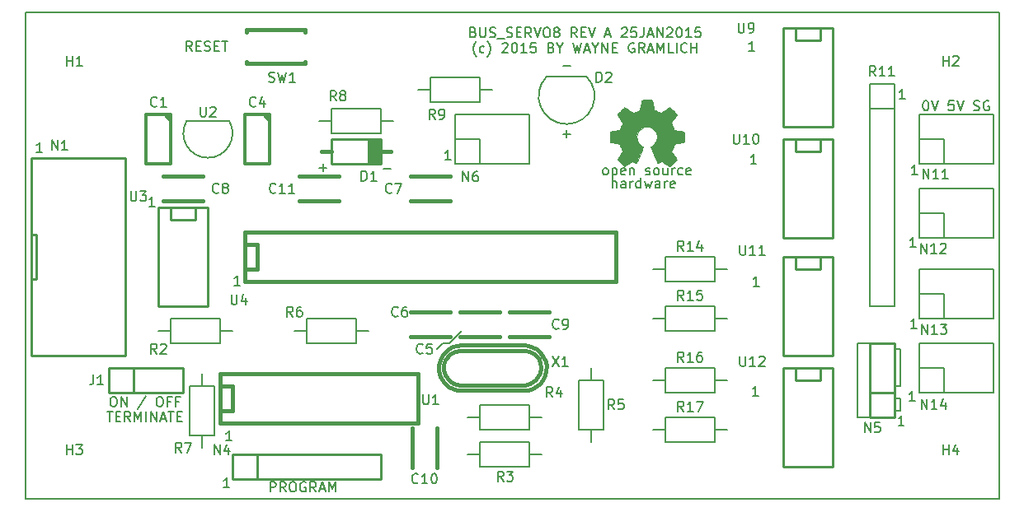
<source format=gto>
%FSLAX36Y36*%
G04 Gerber Fmt 3.6, Leading zero omitted, Abs format (unit inch)*
G04 Created by KiCad (PCBNEW (2014-jul-16 BZR unknown)-product) date Tue 27 Jan 2015 12:23:33 PM PST*
%MOIN*%
G01*
G04 APERTURE LIST*
%ADD10C,0.003937*%
%ADD11C,0.006000*%
%ADD12C,0.008000*%
%ADD13C,0.012000*%
%ADD14C,0.015000*%
%ADD15C,0.010000*%
%ADD16C,0.000100*%
%ADD17C,0.005906*%
G04 APERTURE END LIST*
D10*
D11*
X7575238Y-4293095D02*
X7579048Y-4293095D01*
X7582857Y-4295000D01*
X7584762Y-4296905D01*
X7586667Y-4300714D01*
X7588571Y-4308333D01*
X7588571Y-4317857D01*
X7586667Y-4325476D01*
X7584762Y-4329286D01*
X7582857Y-4331190D01*
X7579048Y-4333095D01*
X7575238Y-4333095D01*
X7571429Y-4331190D01*
X7569524Y-4329286D01*
X7567619Y-4325476D01*
X7565714Y-4317857D01*
X7565714Y-4308333D01*
X7567619Y-4300714D01*
X7569524Y-4296905D01*
X7571429Y-4295000D01*
X7575238Y-4293095D01*
X7600000Y-4293095D02*
X7613333Y-4333095D01*
X7626667Y-4293095D01*
X7689524Y-4293095D02*
X7670476Y-4293095D01*
X7668571Y-4312143D01*
X7670476Y-4310238D01*
X7674286Y-4308333D01*
X7683810Y-4308333D01*
X7687619Y-4310238D01*
X7689524Y-4312143D01*
X7691429Y-4315952D01*
X7691429Y-4325476D01*
X7689524Y-4329286D01*
X7687619Y-4331190D01*
X7683810Y-4333095D01*
X7674286Y-4333095D01*
X7670476Y-4331190D01*
X7668571Y-4329286D01*
X7702857Y-4293095D02*
X7716191Y-4333095D01*
X7729524Y-4293095D01*
X7771429Y-4331190D02*
X7777143Y-4333095D01*
X7786667Y-4333095D01*
X7790476Y-4331190D01*
X7792381Y-4329286D01*
X7794286Y-4325476D01*
X7794286Y-4321667D01*
X7792381Y-4317857D01*
X7790476Y-4315952D01*
X7786667Y-4314048D01*
X7779048Y-4312143D01*
X7775238Y-4310238D01*
X7773333Y-4308333D01*
X7771429Y-4304524D01*
X7771429Y-4300714D01*
X7773333Y-4296905D01*
X7775238Y-4295000D01*
X7779048Y-4293095D01*
X7788571Y-4293095D01*
X7794286Y-4295000D01*
X7832381Y-4295000D02*
X7828571Y-4293095D01*
X7822857Y-4293095D01*
X7817143Y-4295000D01*
X7813333Y-4298810D01*
X7811429Y-4302619D01*
X7809524Y-4310238D01*
X7809524Y-4315952D01*
X7811429Y-4323571D01*
X7813333Y-4327381D01*
X7817143Y-4331190D01*
X7822857Y-4333095D01*
X7826667Y-4333095D01*
X7832381Y-4331190D01*
X7834286Y-4329286D01*
X7834286Y-4315952D01*
X7826667Y-4315952D01*
X4610305Y-4092495D02*
X4596971Y-4073448D01*
X4587448Y-4092495D02*
X4587448Y-4052495D01*
X4602686Y-4052495D01*
X4606495Y-4054400D01*
X4608400Y-4056305D01*
X4610305Y-4060114D01*
X4610305Y-4065829D01*
X4608400Y-4069638D01*
X4606495Y-4071543D01*
X4602686Y-4073448D01*
X4587448Y-4073448D01*
X4627448Y-4071543D02*
X4640781Y-4071543D01*
X4646495Y-4092495D02*
X4627448Y-4092495D01*
X4627448Y-4052495D01*
X4646495Y-4052495D01*
X4661733Y-4090590D02*
X4667448Y-4092495D01*
X4676971Y-4092495D01*
X4680781Y-4090590D01*
X4682686Y-4088686D01*
X4684590Y-4084876D01*
X4684590Y-4081067D01*
X4682686Y-4077257D01*
X4680781Y-4075352D01*
X4676971Y-4073448D01*
X4669352Y-4071543D01*
X4665543Y-4069638D01*
X4663638Y-4067733D01*
X4661733Y-4063924D01*
X4661733Y-4060114D01*
X4663638Y-4056305D01*
X4665543Y-4054400D01*
X4669352Y-4052495D01*
X4678876Y-4052495D01*
X4684590Y-4054400D01*
X4701733Y-4071543D02*
X4715067Y-4071543D01*
X4720781Y-4092495D02*
X4701733Y-4092495D01*
X4701733Y-4052495D01*
X4720781Y-4052495D01*
X4732210Y-4052495D02*
X4755067Y-4052495D01*
X4743638Y-4092495D02*
X4743638Y-4052495D01*
X7488929Y-5608595D02*
X7466071Y-5608595D01*
X7477500Y-5608595D02*
X7477500Y-5568595D01*
X7473691Y-5574310D01*
X7469881Y-5578119D01*
X7466071Y-5580024D01*
X7493629Y-4286095D02*
X7470771Y-4286095D01*
X7482200Y-4286095D02*
X7482200Y-4246095D01*
X7478391Y-4251810D01*
X7474581Y-4255619D01*
X7470771Y-4257524D01*
X7543429Y-4592595D02*
X7520571Y-4592595D01*
X7532000Y-4592595D02*
X7532000Y-4552595D01*
X7528191Y-4558310D01*
X7524381Y-4562119D01*
X7520571Y-4564024D01*
X7536429Y-4886595D02*
X7513571Y-4886595D01*
X7525000Y-4886595D02*
X7525000Y-4846595D01*
X7521191Y-4852310D01*
X7517381Y-4856119D01*
X7513571Y-4858024D01*
X7539929Y-5215595D02*
X7517071Y-5215595D01*
X7528500Y-5215595D02*
X7528500Y-5175595D01*
X7524691Y-5181310D01*
X7520881Y-5185119D01*
X7517071Y-5187024D01*
X7532929Y-5509595D02*
X7510071Y-5509595D01*
X7521500Y-5509595D02*
X7521500Y-5469595D01*
X7517691Y-5475310D01*
X7513881Y-5479119D01*
X7510071Y-5481024D01*
X6899429Y-5488595D02*
X6876571Y-5488595D01*
X6888000Y-5488595D02*
X6888000Y-5448595D01*
X6884191Y-5454310D01*
X6880381Y-5458119D01*
X6876571Y-5460024D01*
X6902929Y-5044095D02*
X6880071Y-5044095D01*
X6891500Y-5044095D02*
X6891500Y-5004095D01*
X6887691Y-5009810D01*
X6883881Y-5013619D01*
X6880071Y-5015524D01*
X6892429Y-4550595D02*
X6869571Y-4550595D01*
X6881000Y-4550595D02*
X6881000Y-4510595D01*
X6877191Y-4516310D01*
X6873381Y-4520119D01*
X6869571Y-4522024D01*
X6885429Y-4092095D02*
X6862571Y-4092095D01*
X6874000Y-4092095D02*
X6874000Y-4052095D01*
X6870191Y-4057810D01*
X6866381Y-4061619D01*
X6862571Y-4063524D01*
X4004929Y-4501595D02*
X3982071Y-4501595D01*
X3993500Y-4501595D02*
X3993500Y-4461595D01*
X3989691Y-4467310D01*
X3985881Y-4471119D01*
X3982071Y-4473024D01*
X5656929Y-4533095D02*
X5634071Y-4533095D01*
X5645500Y-4533095D02*
X5645500Y-4493095D01*
X5641691Y-4498810D01*
X5637881Y-4502619D01*
X5634071Y-4504524D01*
X4771429Y-5670595D02*
X4748571Y-5670595D01*
X4760000Y-5670595D02*
X4760000Y-5630595D01*
X4756191Y-5636310D01*
X4752381Y-5640119D01*
X4748571Y-5642024D01*
X4459429Y-4722095D02*
X4436571Y-4722095D01*
X4448000Y-4722095D02*
X4448000Y-4682095D01*
X4444191Y-4687810D01*
X4440381Y-4691619D01*
X4436571Y-4693524D01*
X4805229Y-5040695D02*
X4782371Y-5040695D01*
X4793800Y-5040695D02*
X4793800Y-5000695D01*
X4789991Y-5006410D01*
X4786181Y-5010219D01*
X4782371Y-5012124D01*
X4761929Y-5860595D02*
X4739071Y-5860595D01*
X4750500Y-5860595D02*
X4750500Y-5820595D01*
X4746691Y-5826310D01*
X4742881Y-5830119D01*
X4739071Y-5832024D01*
X4926571Y-5877095D02*
X4926571Y-5837095D01*
X4941810Y-5837095D01*
X4945619Y-5839000D01*
X4947524Y-5840905D01*
X4949429Y-5844714D01*
X4949429Y-5850429D01*
X4947524Y-5854238D01*
X4945619Y-5856143D01*
X4941810Y-5858048D01*
X4926571Y-5858048D01*
X4989429Y-5877095D02*
X4976095Y-5858048D01*
X4966571Y-5877095D02*
X4966571Y-5837095D01*
X4981810Y-5837095D01*
X4985619Y-5839000D01*
X4987524Y-5840905D01*
X4989429Y-5844714D01*
X4989429Y-5850429D01*
X4987524Y-5854238D01*
X4985619Y-5856143D01*
X4981810Y-5858048D01*
X4966571Y-5858048D01*
X5014191Y-5837095D02*
X5021810Y-5837095D01*
X5025619Y-5839000D01*
X5029429Y-5842810D01*
X5031333Y-5850429D01*
X5031333Y-5863762D01*
X5029429Y-5871381D01*
X5025619Y-5875190D01*
X5021810Y-5877095D01*
X5014191Y-5877095D01*
X5010381Y-5875190D01*
X5006571Y-5871381D01*
X5004667Y-5863762D01*
X5004667Y-5850429D01*
X5006571Y-5842810D01*
X5010381Y-5839000D01*
X5014191Y-5837095D01*
X5069429Y-5839000D02*
X5065619Y-5837095D01*
X5059905Y-5837095D01*
X5054191Y-5839000D01*
X5050381Y-5842810D01*
X5048476Y-5846619D01*
X5046571Y-5854238D01*
X5046571Y-5859952D01*
X5048476Y-5867571D01*
X5050381Y-5871381D01*
X5054191Y-5875190D01*
X5059905Y-5877095D01*
X5063714Y-5877095D01*
X5069429Y-5875190D01*
X5071333Y-5873286D01*
X5071333Y-5859952D01*
X5063714Y-5859952D01*
X5111333Y-5877095D02*
X5098000Y-5858048D01*
X5088476Y-5877095D02*
X5088476Y-5837095D01*
X5103714Y-5837095D01*
X5107524Y-5839000D01*
X5109429Y-5840905D01*
X5111333Y-5844714D01*
X5111333Y-5850429D01*
X5109429Y-5854238D01*
X5107524Y-5856143D01*
X5103714Y-5858048D01*
X5088476Y-5858048D01*
X5126571Y-5865667D02*
X5145619Y-5865667D01*
X5122762Y-5877095D02*
X5136095Y-5837095D01*
X5149429Y-5877095D01*
X5162762Y-5877095D02*
X5162762Y-5837095D01*
X5176095Y-5865667D01*
X5189429Y-5837095D01*
X5189429Y-5877095D01*
X4266667Y-5552095D02*
X4289524Y-5552095D01*
X4278095Y-5592095D02*
X4278095Y-5552095D01*
X4302857Y-5571143D02*
X4316190Y-5571143D01*
X4321905Y-5592095D02*
X4302857Y-5592095D01*
X4302857Y-5552095D01*
X4321905Y-5552095D01*
X4361905Y-5592095D02*
X4348571Y-5573048D01*
X4339048Y-5592095D02*
X4339048Y-5552095D01*
X4354286Y-5552095D01*
X4358095Y-5554000D01*
X4360000Y-5555905D01*
X4361905Y-5559714D01*
X4361905Y-5565429D01*
X4360000Y-5569238D01*
X4358095Y-5571143D01*
X4354286Y-5573048D01*
X4339048Y-5573048D01*
X4379048Y-5592095D02*
X4379048Y-5552095D01*
X4392381Y-5580667D01*
X4405714Y-5552095D01*
X4405714Y-5592095D01*
X4424762Y-5592095D02*
X4424762Y-5552095D01*
X4443810Y-5592095D02*
X4443810Y-5552095D01*
X4466667Y-5592095D01*
X4466667Y-5552095D01*
X4483810Y-5580667D02*
X4502857Y-5580667D01*
X4480000Y-5592095D02*
X4493333Y-5552095D01*
X4506667Y-5592095D01*
X4514286Y-5552095D02*
X4537143Y-5552095D01*
X4525714Y-5592095D02*
X4525714Y-5552095D01*
X4550476Y-5571143D02*
X4563810Y-5571143D01*
X4569524Y-5592095D02*
X4550476Y-5592095D01*
X4550476Y-5552095D01*
X4569524Y-5552095D01*
X4289571Y-5492095D02*
X4297190Y-5492095D01*
X4301000Y-5494000D01*
X4304810Y-5497810D01*
X4306714Y-5505429D01*
X4306714Y-5518762D01*
X4304810Y-5526381D01*
X4301000Y-5530190D01*
X4297190Y-5532095D01*
X4289571Y-5532095D01*
X4285762Y-5530190D01*
X4281952Y-5526381D01*
X4280048Y-5518762D01*
X4280048Y-5505429D01*
X4281952Y-5497810D01*
X4285762Y-5494000D01*
X4289571Y-5492095D01*
X4323857Y-5532095D02*
X4323857Y-5492095D01*
X4346714Y-5532095D01*
X4346714Y-5492095D01*
X4424810Y-5490190D02*
X4390524Y-5541619D01*
X4476238Y-5492095D02*
X4483857Y-5492095D01*
X4487667Y-5494000D01*
X4491476Y-5497810D01*
X4493381Y-5505429D01*
X4493381Y-5518762D01*
X4491476Y-5526381D01*
X4487667Y-5530190D01*
X4483857Y-5532095D01*
X4476238Y-5532095D01*
X4472429Y-5530190D01*
X4468619Y-5526381D01*
X4466714Y-5518762D01*
X4466714Y-5505429D01*
X4468619Y-5497810D01*
X4472429Y-5494000D01*
X4476238Y-5492095D01*
X4523857Y-5511143D02*
X4510524Y-5511143D01*
X4510524Y-5532095D02*
X4510524Y-5492095D01*
X4529571Y-5492095D01*
X4558143Y-5511143D02*
X4544810Y-5511143D01*
X4544810Y-5532095D02*
X4544810Y-5492095D01*
X4563857Y-5492095D01*
X6309886Y-4646495D02*
X6309886Y-4606495D01*
X6327029Y-4646495D02*
X6327029Y-4625543D01*
X6325124Y-4621733D01*
X6321314Y-4619829D01*
X6315600Y-4619829D01*
X6311791Y-4621733D01*
X6309886Y-4623638D01*
X6363219Y-4646495D02*
X6363219Y-4625543D01*
X6361314Y-4621733D01*
X6357505Y-4619829D01*
X6349886Y-4619829D01*
X6346076Y-4621733D01*
X6363219Y-4644590D02*
X6359410Y-4646495D01*
X6349886Y-4646495D01*
X6346076Y-4644590D01*
X6344171Y-4640781D01*
X6344171Y-4636971D01*
X6346076Y-4633162D01*
X6349886Y-4631257D01*
X6359410Y-4631257D01*
X6363219Y-4629352D01*
X6382267Y-4646495D02*
X6382267Y-4619829D01*
X6382267Y-4627448D02*
X6384171Y-4623638D01*
X6386076Y-4621733D01*
X6389886Y-4619829D01*
X6393695Y-4619829D01*
X6424171Y-4646495D02*
X6424171Y-4606495D01*
X6424171Y-4644590D02*
X6420362Y-4646495D01*
X6412743Y-4646495D01*
X6408933Y-4644590D01*
X6407029Y-4642686D01*
X6405124Y-4638876D01*
X6405124Y-4627448D01*
X6407029Y-4623638D01*
X6408933Y-4621733D01*
X6412743Y-4619829D01*
X6420362Y-4619829D01*
X6424171Y-4621733D01*
X6439410Y-4619829D02*
X6447029Y-4646495D01*
X6454648Y-4627448D01*
X6462267Y-4646495D01*
X6469886Y-4619829D01*
X6502267Y-4646495D02*
X6502267Y-4625543D01*
X6500362Y-4621733D01*
X6496552Y-4619829D01*
X6488933Y-4619829D01*
X6485124Y-4621733D01*
X6502267Y-4644590D02*
X6498457Y-4646495D01*
X6488933Y-4646495D01*
X6485124Y-4644590D01*
X6483219Y-4640781D01*
X6483219Y-4636971D01*
X6485124Y-4633162D01*
X6488933Y-4631257D01*
X6498457Y-4631257D01*
X6502267Y-4629352D01*
X6521314Y-4646495D02*
X6521314Y-4619829D01*
X6521314Y-4627448D02*
X6523219Y-4623638D01*
X6525124Y-4621733D01*
X6528933Y-4619829D01*
X6532743Y-4619829D01*
X6561314Y-4644590D02*
X6557505Y-4646495D01*
X6549886Y-4646495D01*
X6546076Y-4644590D01*
X6544171Y-4640781D01*
X6544171Y-4625543D01*
X6546076Y-4621733D01*
X6549886Y-4619829D01*
X6557505Y-4619829D01*
X6561314Y-4621733D01*
X6563219Y-4625543D01*
X6563219Y-4629352D01*
X6544171Y-4633162D01*
X6279524Y-4593095D02*
X6275714Y-4591190D01*
X6273810Y-4589286D01*
X6271905Y-4585476D01*
X6271905Y-4574048D01*
X6273810Y-4570238D01*
X6275714Y-4568333D01*
X6279524Y-4566429D01*
X6285238Y-4566429D01*
X6289048Y-4568333D01*
X6290952Y-4570238D01*
X6292857Y-4574048D01*
X6292857Y-4585476D01*
X6290952Y-4589286D01*
X6289048Y-4591190D01*
X6285238Y-4593095D01*
X6279524Y-4593095D01*
X6310000Y-4566429D02*
X6310000Y-4606429D01*
X6310000Y-4568333D02*
X6313810Y-4566429D01*
X6321429Y-4566429D01*
X6325238Y-4568333D01*
X6327143Y-4570238D01*
X6329048Y-4574048D01*
X6329048Y-4585476D01*
X6327143Y-4589286D01*
X6325238Y-4591190D01*
X6321429Y-4593095D01*
X6313810Y-4593095D01*
X6310000Y-4591190D01*
X6361429Y-4591190D02*
X6357619Y-4593095D01*
X6350000Y-4593095D01*
X6346191Y-4591190D01*
X6344286Y-4587381D01*
X6344286Y-4572143D01*
X6346191Y-4568333D01*
X6350000Y-4566429D01*
X6357619Y-4566429D01*
X6361429Y-4568333D01*
X6363333Y-4572143D01*
X6363333Y-4575952D01*
X6344286Y-4579762D01*
X6380476Y-4566429D02*
X6380476Y-4593095D01*
X6380476Y-4570238D02*
X6382381Y-4568333D01*
X6386191Y-4566429D01*
X6391905Y-4566429D01*
X6395714Y-4568333D01*
X6397619Y-4572143D01*
X6397619Y-4593095D01*
X6445238Y-4591190D02*
X6449048Y-4593095D01*
X6456667Y-4593095D01*
X6460476Y-4591190D01*
X6462381Y-4587381D01*
X6462381Y-4585476D01*
X6460476Y-4581667D01*
X6456667Y-4579762D01*
X6450952Y-4579762D01*
X6447143Y-4577857D01*
X6445238Y-4574048D01*
X6445238Y-4572143D01*
X6447143Y-4568333D01*
X6450952Y-4566429D01*
X6456667Y-4566429D01*
X6460476Y-4568333D01*
X6485238Y-4593095D02*
X6481429Y-4591190D01*
X6479524Y-4589286D01*
X6477619Y-4585476D01*
X6477619Y-4574048D01*
X6479524Y-4570238D01*
X6481429Y-4568333D01*
X6485238Y-4566429D01*
X6490952Y-4566429D01*
X6494762Y-4568333D01*
X6496667Y-4570238D01*
X6498571Y-4574048D01*
X6498571Y-4585476D01*
X6496667Y-4589286D01*
X6494762Y-4591190D01*
X6490952Y-4593095D01*
X6485238Y-4593095D01*
X6532857Y-4566429D02*
X6532857Y-4593095D01*
X6515714Y-4566429D02*
X6515714Y-4587381D01*
X6517619Y-4591190D01*
X6521429Y-4593095D01*
X6527143Y-4593095D01*
X6530952Y-4591190D01*
X6532857Y-4589286D01*
X6551905Y-4593095D02*
X6551905Y-4566429D01*
X6551905Y-4574048D02*
X6553810Y-4570238D01*
X6555714Y-4568333D01*
X6559524Y-4566429D01*
X6563333Y-4566429D01*
X6593809Y-4591190D02*
X6590000Y-4593095D01*
X6582381Y-4593095D01*
X6578571Y-4591190D01*
X6576667Y-4589286D01*
X6574762Y-4585476D01*
X6574762Y-4574048D01*
X6576667Y-4570238D01*
X6578571Y-4568333D01*
X6582381Y-4566429D01*
X6590000Y-4566429D01*
X6593809Y-4568333D01*
X6626190Y-4591190D02*
X6622381Y-4593095D01*
X6614762Y-4593095D01*
X6610952Y-4591190D01*
X6609048Y-4587381D01*
X6609048Y-4572143D01*
X6610952Y-4568333D01*
X6614762Y-4566429D01*
X6622381Y-4566429D01*
X6626190Y-4568333D01*
X6628095Y-4572143D01*
X6628095Y-4575952D01*
X6609048Y-4579762D01*
X5747619Y-4016143D02*
X5753333Y-4018048D01*
X5755238Y-4019952D01*
X5757143Y-4023762D01*
X5757143Y-4029476D01*
X5755238Y-4033286D01*
X5753333Y-4035190D01*
X5749524Y-4037095D01*
X5734286Y-4037095D01*
X5734286Y-3997095D01*
X5747619Y-3997095D01*
X5751429Y-3999000D01*
X5753333Y-4000905D01*
X5755238Y-4004714D01*
X5755238Y-4008524D01*
X5753333Y-4012333D01*
X5751429Y-4014238D01*
X5747619Y-4016143D01*
X5734286Y-4016143D01*
X5774286Y-3997095D02*
X5774286Y-4029476D01*
X5776191Y-4033286D01*
X5778095Y-4035190D01*
X5781905Y-4037095D01*
X5789524Y-4037095D01*
X5793333Y-4035190D01*
X5795238Y-4033286D01*
X5797143Y-4029476D01*
X5797143Y-3997095D01*
X5814286Y-4035190D02*
X5820000Y-4037095D01*
X5829524Y-4037095D01*
X5833333Y-4035190D01*
X5835238Y-4033286D01*
X5837143Y-4029476D01*
X5837143Y-4025667D01*
X5835238Y-4021857D01*
X5833333Y-4019952D01*
X5829524Y-4018048D01*
X5821905Y-4016143D01*
X5818095Y-4014238D01*
X5816191Y-4012333D01*
X5814286Y-4008524D01*
X5814286Y-4004714D01*
X5816191Y-4000905D01*
X5818095Y-3999000D01*
X5821905Y-3997095D01*
X5831429Y-3997095D01*
X5837143Y-3999000D01*
X5844762Y-4040905D02*
X5875238Y-4040905D01*
X5882857Y-4035190D02*
X5888571Y-4037095D01*
X5898095Y-4037095D01*
X5901905Y-4035190D01*
X5903810Y-4033286D01*
X5905714Y-4029476D01*
X5905714Y-4025667D01*
X5903810Y-4021857D01*
X5901905Y-4019952D01*
X5898095Y-4018048D01*
X5890476Y-4016143D01*
X5886667Y-4014238D01*
X5884762Y-4012333D01*
X5882857Y-4008524D01*
X5882857Y-4004714D01*
X5884762Y-4000905D01*
X5886667Y-3999000D01*
X5890476Y-3997095D01*
X5900000Y-3997095D01*
X5905714Y-3999000D01*
X5922857Y-4016143D02*
X5936191Y-4016143D01*
X5941905Y-4037095D02*
X5922857Y-4037095D01*
X5922857Y-3997095D01*
X5941905Y-3997095D01*
X5981905Y-4037095D02*
X5968571Y-4018048D01*
X5959048Y-4037095D02*
X5959048Y-3997095D01*
X5974286Y-3997095D01*
X5978095Y-3999000D01*
X5980000Y-4000905D01*
X5981905Y-4004714D01*
X5981905Y-4010429D01*
X5980000Y-4014238D01*
X5978095Y-4016143D01*
X5974286Y-4018048D01*
X5959048Y-4018048D01*
X5993333Y-3997095D02*
X6006667Y-4037095D01*
X6020000Y-3997095D01*
X6040952Y-3997095D02*
X6048571Y-3997095D01*
X6052381Y-3999000D01*
X6056191Y-4002810D01*
X6058095Y-4010429D01*
X6058095Y-4023762D01*
X6056191Y-4031381D01*
X6052381Y-4035190D01*
X6048571Y-4037095D01*
X6040952Y-4037095D01*
X6037143Y-4035190D01*
X6033333Y-4031381D01*
X6031429Y-4023762D01*
X6031429Y-4010429D01*
X6033333Y-4002810D01*
X6037143Y-3999000D01*
X6040952Y-3997095D01*
X6080952Y-4014238D02*
X6077143Y-4012333D01*
X6075238Y-4010429D01*
X6073333Y-4006619D01*
X6073333Y-4004714D01*
X6075238Y-4000905D01*
X6077143Y-3999000D01*
X6080952Y-3997095D01*
X6088571Y-3997095D01*
X6092381Y-3999000D01*
X6094286Y-4000905D01*
X6096191Y-4004714D01*
X6096191Y-4006619D01*
X6094286Y-4010429D01*
X6092381Y-4012333D01*
X6088571Y-4014238D01*
X6080952Y-4014238D01*
X6077143Y-4016143D01*
X6075238Y-4018048D01*
X6073333Y-4021857D01*
X6073333Y-4029476D01*
X6075238Y-4033286D01*
X6077143Y-4035190D01*
X6080952Y-4037095D01*
X6088571Y-4037095D01*
X6092381Y-4035190D01*
X6094286Y-4033286D01*
X6096191Y-4029476D01*
X6096191Y-4021857D01*
X6094286Y-4018048D01*
X6092381Y-4016143D01*
X6088571Y-4014238D01*
X6166667Y-4037095D02*
X6153333Y-4018048D01*
X6143810Y-4037095D02*
X6143810Y-3997095D01*
X6159048Y-3997095D01*
X6162857Y-3999000D01*
X6164762Y-4000905D01*
X6166667Y-4004714D01*
X6166667Y-4010429D01*
X6164762Y-4014238D01*
X6162857Y-4016143D01*
X6159048Y-4018048D01*
X6143810Y-4018048D01*
X6183810Y-4016143D02*
X6197143Y-4016143D01*
X6202857Y-4037095D02*
X6183810Y-4037095D01*
X6183810Y-3997095D01*
X6202857Y-3997095D01*
X6214286Y-3997095D02*
X6227619Y-4037095D01*
X6240952Y-3997095D01*
X6282857Y-4025667D02*
X6301905Y-4025667D01*
X6279048Y-4037095D02*
X6292381Y-3997095D01*
X6305714Y-4037095D01*
X6347619Y-4000905D02*
X6349524Y-3999000D01*
X6353333Y-3997095D01*
X6362857Y-3997095D01*
X6366667Y-3999000D01*
X6368571Y-4000905D01*
X6370476Y-4004714D01*
X6370476Y-4008524D01*
X6368571Y-4014238D01*
X6345714Y-4037095D01*
X6370476Y-4037095D01*
X6406667Y-3997095D02*
X6387619Y-3997095D01*
X6385714Y-4016143D01*
X6387619Y-4014238D01*
X6391429Y-4012333D01*
X6400952Y-4012333D01*
X6404762Y-4014238D01*
X6406667Y-4016143D01*
X6408571Y-4019952D01*
X6408571Y-4029476D01*
X6406667Y-4033286D01*
X6404762Y-4035190D01*
X6400952Y-4037095D01*
X6391429Y-4037095D01*
X6387619Y-4035190D01*
X6385714Y-4033286D01*
X6437143Y-3997095D02*
X6437143Y-4025667D01*
X6435238Y-4031381D01*
X6431429Y-4035190D01*
X6425714Y-4037095D01*
X6421905Y-4037095D01*
X6454286Y-4025667D02*
X6473333Y-4025667D01*
X6450476Y-4037095D02*
X6463810Y-3997095D01*
X6477143Y-4037095D01*
X6490476Y-4037095D02*
X6490476Y-3997095D01*
X6513333Y-4037095D01*
X6513333Y-3997095D01*
X6530476Y-4000905D02*
X6532381Y-3999000D01*
X6536190Y-3997095D01*
X6545714Y-3997095D01*
X6549524Y-3999000D01*
X6551429Y-4000905D01*
X6553333Y-4004714D01*
X6553333Y-4008524D01*
X6551429Y-4014238D01*
X6528571Y-4037095D01*
X6553333Y-4037095D01*
X6578095Y-3997095D02*
X6581905Y-3997095D01*
X6585714Y-3999000D01*
X6587619Y-4000905D01*
X6589524Y-4004714D01*
X6591429Y-4012333D01*
X6591429Y-4021857D01*
X6589524Y-4029476D01*
X6587619Y-4033286D01*
X6585714Y-4035190D01*
X6581905Y-4037095D01*
X6578095Y-4037095D01*
X6574286Y-4035190D01*
X6572381Y-4033286D01*
X6570476Y-4029476D01*
X6568571Y-4021857D01*
X6568571Y-4012333D01*
X6570476Y-4004714D01*
X6572381Y-4000905D01*
X6574286Y-3999000D01*
X6578095Y-3997095D01*
X6629524Y-4037095D02*
X6606667Y-4037095D01*
X6618095Y-4037095D02*
X6618095Y-3997095D01*
X6614286Y-4002810D01*
X6610476Y-4006619D01*
X6606667Y-4008524D01*
X6665714Y-3997095D02*
X6646667Y-3997095D01*
X6644762Y-4016143D01*
X6646667Y-4014238D01*
X6650476Y-4012333D01*
X6660000Y-4012333D01*
X6663809Y-4014238D01*
X6665714Y-4016143D01*
X6667619Y-4019952D01*
X6667619Y-4029476D01*
X6665714Y-4033286D01*
X6663809Y-4035190D01*
X6660000Y-4037095D01*
X6650476Y-4037095D01*
X6646667Y-4035190D01*
X6644762Y-4033286D01*
X5760000Y-4114333D02*
X5758095Y-4112429D01*
X5754286Y-4106714D01*
X5752381Y-4102905D01*
X5750476Y-4097190D01*
X5748571Y-4087667D01*
X5748571Y-4080048D01*
X5750476Y-4070524D01*
X5752381Y-4064810D01*
X5754286Y-4061000D01*
X5758095Y-4055286D01*
X5760000Y-4053381D01*
X5792381Y-4097190D02*
X5788571Y-4099095D01*
X5780952Y-4099095D01*
X5777143Y-4097190D01*
X5775238Y-4095286D01*
X5773333Y-4091476D01*
X5773333Y-4080048D01*
X5775238Y-4076238D01*
X5777143Y-4074333D01*
X5780952Y-4072429D01*
X5788571Y-4072429D01*
X5792381Y-4074333D01*
X5805714Y-4114333D02*
X5807619Y-4112429D01*
X5811429Y-4106714D01*
X5813333Y-4102905D01*
X5815238Y-4097190D01*
X5817143Y-4087667D01*
X5817143Y-4080048D01*
X5815238Y-4070524D01*
X5813333Y-4064810D01*
X5811429Y-4061000D01*
X5807619Y-4055286D01*
X5805714Y-4053381D01*
X5864762Y-4062905D02*
X5866667Y-4061000D01*
X5870476Y-4059095D01*
X5880000Y-4059095D01*
X5883810Y-4061000D01*
X5885714Y-4062905D01*
X5887619Y-4066714D01*
X5887619Y-4070524D01*
X5885714Y-4076238D01*
X5862857Y-4099095D01*
X5887619Y-4099095D01*
X5912381Y-4059095D02*
X5916190Y-4059095D01*
X5920000Y-4061000D01*
X5921905Y-4062905D01*
X5923810Y-4066714D01*
X5925714Y-4074333D01*
X5925714Y-4083857D01*
X5923810Y-4091476D01*
X5921905Y-4095286D01*
X5920000Y-4097190D01*
X5916190Y-4099095D01*
X5912381Y-4099095D01*
X5908571Y-4097190D01*
X5906667Y-4095286D01*
X5904762Y-4091476D01*
X5902857Y-4083857D01*
X5902857Y-4074333D01*
X5904762Y-4066714D01*
X5906667Y-4062905D01*
X5908571Y-4061000D01*
X5912381Y-4059095D01*
X5963810Y-4099095D02*
X5940952Y-4099095D01*
X5952381Y-4099095D02*
X5952381Y-4059095D01*
X5948571Y-4064810D01*
X5944762Y-4068619D01*
X5940952Y-4070524D01*
X6000000Y-4059095D02*
X5980952Y-4059095D01*
X5979048Y-4078143D01*
X5980952Y-4076238D01*
X5984762Y-4074333D01*
X5994286Y-4074333D01*
X5998095Y-4076238D01*
X6000000Y-4078143D01*
X6001905Y-4081952D01*
X6001905Y-4091476D01*
X6000000Y-4095286D01*
X5998095Y-4097190D01*
X5994286Y-4099095D01*
X5984762Y-4099095D01*
X5980952Y-4097190D01*
X5979048Y-4095286D01*
X6062857Y-4078143D02*
X6068571Y-4080048D01*
X6070476Y-4081952D01*
X6072381Y-4085762D01*
X6072381Y-4091476D01*
X6070476Y-4095286D01*
X6068571Y-4097190D01*
X6064762Y-4099095D01*
X6049524Y-4099095D01*
X6049524Y-4059095D01*
X6062857Y-4059095D01*
X6066667Y-4061000D01*
X6068571Y-4062905D01*
X6070476Y-4066714D01*
X6070476Y-4070524D01*
X6068571Y-4074333D01*
X6066667Y-4076238D01*
X6062857Y-4078143D01*
X6049524Y-4078143D01*
X6097143Y-4080048D02*
X6097143Y-4099095D01*
X6083810Y-4059095D02*
X6097143Y-4080048D01*
X6110476Y-4059095D01*
X6150476Y-4059095D02*
X6160000Y-4099095D01*
X6167619Y-4070524D01*
X6175238Y-4099095D01*
X6184762Y-4059095D01*
X6198095Y-4087667D02*
X6217143Y-4087667D01*
X6194286Y-4099095D02*
X6207619Y-4059095D01*
X6220952Y-4099095D01*
X6241905Y-4080048D02*
X6241905Y-4099095D01*
X6228571Y-4059095D02*
X6241905Y-4080048D01*
X6255238Y-4059095D01*
X6268571Y-4099095D02*
X6268571Y-4059095D01*
X6291429Y-4099095D01*
X6291429Y-4059095D01*
X6310476Y-4078143D02*
X6323809Y-4078143D01*
X6329524Y-4099095D02*
X6310476Y-4099095D01*
X6310476Y-4059095D01*
X6329524Y-4059095D01*
X6398095Y-4061000D02*
X6394286Y-4059095D01*
X6388571Y-4059095D01*
X6382857Y-4061000D01*
X6379048Y-4064810D01*
X6377143Y-4068619D01*
X6375238Y-4076238D01*
X6375238Y-4081952D01*
X6377143Y-4089571D01*
X6379048Y-4093381D01*
X6382857Y-4097190D01*
X6388571Y-4099095D01*
X6392381Y-4099095D01*
X6398095Y-4097190D01*
X6400000Y-4095286D01*
X6400000Y-4081952D01*
X6392381Y-4081952D01*
X6440000Y-4099095D02*
X6426667Y-4080048D01*
X6417143Y-4099095D02*
X6417143Y-4059095D01*
X6432381Y-4059095D01*
X6436190Y-4061000D01*
X6438095Y-4062905D01*
X6440000Y-4066714D01*
X6440000Y-4072429D01*
X6438095Y-4076238D01*
X6436190Y-4078143D01*
X6432381Y-4080048D01*
X6417143Y-4080048D01*
X6455238Y-4087667D02*
X6474286Y-4087667D01*
X6451429Y-4099095D02*
X6464762Y-4059095D01*
X6478095Y-4099095D01*
X6491429Y-4099095D02*
X6491429Y-4059095D01*
X6504762Y-4087667D01*
X6518095Y-4059095D01*
X6518095Y-4099095D01*
X6556190Y-4099095D02*
X6537143Y-4099095D01*
X6537143Y-4059095D01*
X6569524Y-4099095D02*
X6569524Y-4059095D01*
X6611429Y-4095286D02*
X6609524Y-4097190D01*
X6603809Y-4099095D01*
X6600000Y-4099095D01*
X6594286Y-4097190D01*
X6590476Y-4093381D01*
X6588571Y-4089571D01*
X6586667Y-4081952D01*
X6586667Y-4076238D01*
X6588571Y-4068619D01*
X6590476Y-4064810D01*
X6594286Y-4061000D01*
X6600000Y-4059095D01*
X6603809Y-4059095D01*
X6609524Y-4061000D01*
X6611429Y-4062905D01*
X6628571Y-4099095D02*
X6628571Y-4059095D01*
X6628571Y-4078143D02*
X6651429Y-4078143D01*
X6651429Y-4099095D02*
X6651429Y-4059095D01*
D12*
X5650000Y-5275000D02*
X5700000Y-5225000D01*
X5625000Y-5275000D02*
X5650000Y-5275000D01*
X5600000Y-5300000D02*
X5625000Y-5275000D01*
X3937008Y-5905512D02*
X3937008Y-3937008D01*
X7874016Y-5905512D02*
X3937008Y-5905512D01*
X7874016Y-3937008D02*
X7874016Y-5905512D01*
X3937008Y-3937008D02*
X7874016Y-3937008D01*
D13*
X4525000Y-4352000D02*
X4525000Y-4550000D01*
X4525000Y-4550000D02*
X4425000Y-4550000D01*
X4425000Y-4550000D02*
X4425000Y-4350000D01*
X4425000Y-4350000D02*
X4525000Y-4350000D01*
X4500000Y-4350000D02*
X4525000Y-4375000D01*
X4925000Y-4352000D02*
X4925000Y-4550000D01*
X4925000Y-4550000D02*
X4825000Y-4550000D01*
X4825000Y-4550000D02*
X4825000Y-4350000D01*
X4825000Y-4350000D02*
X4925000Y-4350000D01*
X4900000Y-4350000D02*
X4925000Y-4375000D01*
D14*
X5855000Y-5150000D02*
X5695000Y-5150000D01*
X5695000Y-5250000D02*
X5855000Y-5250000D01*
X5655000Y-5150000D02*
X5495000Y-5150000D01*
X5495000Y-5250000D02*
X5655000Y-5250000D01*
X5495000Y-4700000D02*
X5655000Y-4700000D01*
X5655000Y-4600000D02*
X5495000Y-4600000D01*
X4655000Y-4600000D02*
X4495000Y-4600000D01*
X4495000Y-4700000D02*
X4655000Y-4700000D01*
X6055000Y-5150000D02*
X5895000Y-5150000D01*
X5895000Y-5250000D02*
X6055000Y-5250000D01*
X5600000Y-5780000D02*
X5600000Y-5620000D01*
X5500000Y-5620000D02*
X5500000Y-5780000D01*
X5045000Y-4700000D02*
X5205000Y-4700000D01*
X5205000Y-4600000D02*
X5045000Y-4600000D01*
X5175000Y-4500000D02*
X5135000Y-4500000D01*
X5365000Y-4500000D02*
X5415000Y-4500000D01*
D15*
X5355000Y-4450000D02*
X5355000Y-4550000D01*
X5345000Y-4450000D02*
X5345000Y-4550000D01*
X5335000Y-4450000D02*
X5335000Y-4550000D01*
X5365000Y-4450000D02*
X5365000Y-4550000D01*
X5325000Y-4450000D02*
X5375000Y-4550000D01*
X5375000Y-4450000D02*
X5325000Y-4550000D01*
X5325000Y-4450000D02*
X5325000Y-4550000D01*
X5350000Y-4450000D02*
X5350000Y-4550000D01*
X5375000Y-4550000D02*
X5375000Y-4450000D01*
X5375000Y-4450000D02*
X5175000Y-4450000D01*
X5175000Y-4450000D02*
X5175000Y-4550000D01*
X5175000Y-4550000D02*
X5375000Y-4550000D01*
D12*
X6204900Y-4194300D02*
X6046700Y-4194300D01*
X6045000Y-4195100D02*
G75*
G03X6204900Y-4195000I80000J-79900D01*
G74*
G01*
D16*
G36*
X6359100Y-4559700D02*
X6360700Y-4558900D01*
X6364200Y-4556700D01*
X6369200Y-4553400D01*
X6375100Y-4549400D01*
X6381000Y-4545400D01*
X6385900Y-4542200D01*
X6389400Y-4540000D01*
X6390800Y-4539200D01*
X6391500Y-4539400D01*
X6394400Y-4540800D01*
X6398500Y-4542900D01*
X6400800Y-4544200D01*
X6404600Y-4545800D01*
X6406500Y-4546100D01*
X6406800Y-4545600D01*
X6408200Y-4542700D01*
X6410300Y-4537800D01*
X6413200Y-4531300D01*
X6416400Y-4523700D01*
X6419900Y-4515500D01*
X6423400Y-4507100D01*
X6426700Y-4499100D01*
X6429600Y-4491900D01*
X6432000Y-4486100D01*
X6433500Y-4482100D01*
X6434100Y-4480300D01*
X6433900Y-4479900D01*
X6432000Y-4478100D01*
X6428700Y-4475600D01*
X6421700Y-4469900D01*
X6414600Y-4461100D01*
X6410400Y-4451200D01*
X6409000Y-4440200D01*
X6410200Y-4429900D01*
X6414200Y-4420100D01*
X6421000Y-4411300D01*
X6429400Y-4404700D01*
X6439100Y-4400500D01*
X6450000Y-4399200D01*
X6460400Y-4400400D01*
X6470500Y-4404300D01*
X6479300Y-4411100D01*
X6483000Y-4415400D01*
X6488200Y-4424300D01*
X6491100Y-4433900D01*
X6491500Y-4436400D01*
X6491000Y-4446900D01*
X6487900Y-4457000D01*
X6482300Y-4466000D01*
X6474600Y-4473400D01*
X6473700Y-4474100D01*
X6470100Y-4476800D01*
X6467700Y-4478600D01*
X6465800Y-4480200D01*
X6479200Y-4512500D01*
X6481400Y-4517600D01*
X6485000Y-4526400D01*
X6488300Y-4534000D01*
X6490900Y-4540100D01*
X6492600Y-4544100D01*
X6493400Y-4545700D01*
X6493500Y-4545800D01*
X6494700Y-4546000D01*
X6497200Y-4545200D01*
X6501700Y-4543000D01*
X6504700Y-4541400D01*
X6508100Y-4539800D01*
X6509600Y-4539200D01*
X6510900Y-4539900D01*
X6514200Y-4542000D01*
X6519000Y-4545200D01*
X6524800Y-4549100D01*
X6530300Y-4552900D01*
X6535400Y-4556200D01*
X6539100Y-4558600D01*
X6540800Y-4559500D01*
X6541100Y-4559500D01*
X6542700Y-4558700D01*
X6545600Y-4556200D01*
X6550000Y-4552100D01*
X6556200Y-4545900D01*
X6557200Y-4545000D01*
X6562300Y-4539800D01*
X6566500Y-4535400D01*
X6569200Y-4532300D01*
X6570200Y-4530900D01*
X6570200Y-4530900D01*
X6569300Y-4529100D01*
X6567000Y-4525500D01*
X6563600Y-4520300D01*
X6559600Y-4514300D01*
X6548900Y-4498800D01*
X6554700Y-4484100D01*
X6556500Y-4479700D01*
X6558800Y-4474200D01*
X6560500Y-4470300D01*
X6561400Y-4468600D01*
X6563000Y-4468100D01*
X6567000Y-4467100D01*
X6572800Y-4465900D01*
X6579800Y-4464600D01*
X6586400Y-4463400D01*
X6592400Y-4462300D01*
X6596700Y-4461400D01*
X6598600Y-4461000D01*
X6599100Y-4460700D01*
X6599500Y-4459800D01*
X6599700Y-4457800D01*
X6599900Y-4454100D01*
X6599900Y-4448400D01*
X6599900Y-4440200D01*
X6599900Y-4439300D01*
X6599900Y-4431400D01*
X6599700Y-4425100D01*
X6599500Y-4421000D01*
X6599200Y-4419400D01*
X6599200Y-4419400D01*
X6597400Y-4418900D01*
X6593100Y-4418000D01*
X6587200Y-4416800D01*
X6580000Y-4415500D01*
X6579600Y-4415400D01*
X6572500Y-4414000D01*
X6566600Y-4412800D01*
X6562400Y-4411800D01*
X6560600Y-4411300D01*
X6560300Y-4410800D01*
X6558800Y-4408000D01*
X6556800Y-4403600D01*
X6554500Y-4398300D01*
X6552200Y-4392700D01*
X6550100Y-4387700D01*
X6548800Y-4383900D01*
X6548400Y-4382200D01*
X6548400Y-4382200D01*
X6549500Y-4380500D01*
X6551900Y-4376800D01*
X6555400Y-4371700D01*
X6559500Y-4365700D01*
X6559800Y-4365200D01*
X6563900Y-4359200D01*
X6567200Y-4354200D01*
X6569400Y-4350500D01*
X6570200Y-4348900D01*
X6570200Y-4348800D01*
X6568900Y-4347000D01*
X6565800Y-4343600D01*
X6561400Y-4339000D01*
X6556200Y-4333700D01*
X6554500Y-4332100D01*
X6548700Y-4326400D01*
X6544600Y-4322700D01*
X6542100Y-4320700D01*
X6540900Y-4320300D01*
X6540900Y-4320300D01*
X6539100Y-4321400D01*
X6535300Y-4323900D01*
X6530100Y-4327300D01*
X6524100Y-4331500D01*
X6523600Y-4331800D01*
X6517600Y-4335800D01*
X6512600Y-4339200D01*
X6509100Y-4341600D01*
X6507500Y-4342500D01*
X6507300Y-4342500D01*
X6504800Y-4341800D01*
X6500600Y-4340300D01*
X6495300Y-4338200D01*
X6489800Y-4336000D01*
X6484700Y-4333900D01*
X6480900Y-4332200D01*
X6479200Y-4331200D01*
X6479100Y-4331100D01*
X6478500Y-4328900D01*
X6477500Y-4324400D01*
X6476200Y-4318300D01*
X6474800Y-4310900D01*
X6474600Y-4309700D01*
X6473200Y-4302600D01*
X6472100Y-4296700D01*
X6471200Y-4292600D01*
X6470800Y-4290900D01*
X6469800Y-4290700D01*
X6466300Y-4290400D01*
X6461000Y-4290300D01*
X6454500Y-4290200D01*
X6447700Y-4290300D01*
X6441100Y-4290400D01*
X6435500Y-4290600D01*
X6431400Y-4290900D01*
X6429700Y-4291200D01*
X6429700Y-4291300D01*
X6429000Y-4293500D01*
X6428100Y-4298000D01*
X6426800Y-4304300D01*
X6425400Y-4311600D01*
X6425100Y-4312900D01*
X6423800Y-4320000D01*
X6422600Y-4325900D01*
X6421700Y-4329900D01*
X6421300Y-4331500D01*
X6420600Y-4331800D01*
X6417700Y-4333100D01*
X6412900Y-4335100D01*
X6407000Y-4337500D01*
X6393200Y-4343000D01*
X6376400Y-4331500D01*
X6374900Y-4330500D01*
X6368800Y-4326300D01*
X6363800Y-4323000D01*
X6360400Y-4320800D01*
X6359000Y-4320000D01*
X6358800Y-4320000D01*
X6357100Y-4321500D01*
X6353800Y-4324600D01*
X6349300Y-4329100D01*
X6343900Y-4334300D01*
X6340000Y-4338300D01*
X6335400Y-4343000D01*
X6332500Y-4346200D01*
X6330900Y-4348200D01*
X6330300Y-4349400D01*
X6330400Y-4350300D01*
X6331500Y-4352000D01*
X6334000Y-4355700D01*
X6337500Y-4360800D01*
X6341500Y-4366800D01*
X6344900Y-4371700D01*
X6348600Y-4377400D01*
X6351000Y-4381400D01*
X6351800Y-4383400D01*
X6351600Y-4384200D01*
X6350400Y-4387500D01*
X6348400Y-4392500D01*
X6345900Y-4398400D01*
X6340000Y-4411700D01*
X6331300Y-4413400D01*
X6326000Y-4414400D01*
X6318600Y-4415800D01*
X6311500Y-4417200D01*
X6300400Y-4419400D01*
X6300000Y-4460000D01*
X6301800Y-4460700D01*
X6303400Y-4461200D01*
X6307500Y-4462100D01*
X6313300Y-4463200D01*
X6320200Y-4464500D01*
X6326100Y-4465600D01*
X6332000Y-4466800D01*
X6336300Y-4467600D01*
X6338200Y-4468000D01*
X6338700Y-4468600D01*
X6340200Y-4471500D01*
X6342200Y-4476100D01*
X6344600Y-4481500D01*
X6347000Y-4487200D01*
X6349100Y-4492500D01*
X6350500Y-4496500D01*
X6351100Y-4498600D01*
X6350200Y-4500100D01*
X6348000Y-4503600D01*
X6344700Y-4508600D01*
X6340700Y-4514400D01*
X6336700Y-4520300D01*
X6333300Y-4525400D01*
X6330900Y-4529000D01*
X6329900Y-4530600D01*
X6330400Y-4531800D01*
X6332800Y-4534600D01*
X6337200Y-4539200D01*
X6343800Y-4545800D01*
X6344900Y-4546800D01*
X6350200Y-4551900D01*
X6354600Y-4556000D01*
X6357700Y-4558700D01*
X6359100Y-4559700D01*
X6359100Y-4559700D01*
G37*
X6359100Y-4559700D02*
X6360700Y-4558900D01*
X6364200Y-4556700D01*
X6369200Y-4553400D01*
X6375100Y-4549400D01*
X6381000Y-4545400D01*
X6385900Y-4542200D01*
X6389400Y-4540000D01*
X6390800Y-4539200D01*
X6391500Y-4539400D01*
X6394400Y-4540800D01*
X6398500Y-4542900D01*
X6400800Y-4544200D01*
X6404600Y-4545800D01*
X6406500Y-4546100D01*
X6406800Y-4545600D01*
X6408200Y-4542700D01*
X6410300Y-4537800D01*
X6413200Y-4531300D01*
X6416400Y-4523700D01*
X6419900Y-4515500D01*
X6423400Y-4507100D01*
X6426700Y-4499100D01*
X6429600Y-4491900D01*
X6432000Y-4486100D01*
X6433500Y-4482100D01*
X6434100Y-4480300D01*
X6433900Y-4479900D01*
X6432000Y-4478100D01*
X6428700Y-4475600D01*
X6421700Y-4469900D01*
X6414600Y-4461100D01*
X6410400Y-4451200D01*
X6409000Y-4440200D01*
X6410200Y-4429900D01*
X6414200Y-4420100D01*
X6421000Y-4411300D01*
X6429400Y-4404700D01*
X6439100Y-4400500D01*
X6450000Y-4399200D01*
X6460400Y-4400400D01*
X6470500Y-4404300D01*
X6479300Y-4411100D01*
X6483000Y-4415400D01*
X6488200Y-4424300D01*
X6491100Y-4433900D01*
X6491500Y-4436400D01*
X6491000Y-4446900D01*
X6487900Y-4457000D01*
X6482300Y-4466000D01*
X6474600Y-4473400D01*
X6473700Y-4474100D01*
X6470100Y-4476800D01*
X6467700Y-4478600D01*
X6465800Y-4480200D01*
X6479200Y-4512500D01*
X6481400Y-4517600D01*
X6485000Y-4526400D01*
X6488300Y-4534000D01*
X6490900Y-4540100D01*
X6492600Y-4544100D01*
X6493400Y-4545700D01*
X6493500Y-4545800D01*
X6494700Y-4546000D01*
X6497200Y-4545200D01*
X6501700Y-4543000D01*
X6504700Y-4541400D01*
X6508100Y-4539800D01*
X6509600Y-4539200D01*
X6510900Y-4539900D01*
X6514200Y-4542000D01*
X6519000Y-4545200D01*
X6524800Y-4549100D01*
X6530300Y-4552900D01*
X6535400Y-4556200D01*
X6539100Y-4558600D01*
X6540800Y-4559500D01*
X6541100Y-4559500D01*
X6542700Y-4558700D01*
X6545600Y-4556200D01*
X6550000Y-4552100D01*
X6556200Y-4545900D01*
X6557200Y-4545000D01*
X6562300Y-4539800D01*
X6566500Y-4535400D01*
X6569200Y-4532300D01*
X6570200Y-4530900D01*
X6570200Y-4530900D01*
X6569300Y-4529100D01*
X6567000Y-4525500D01*
X6563600Y-4520300D01*
X6559600Y-4514300D01*
X6548900Y-4498800D01*
X6554700Y-4484100D01*
X6556500Y-4479700D01*
X6558800Y-4474200D01*
X6560500Y-4470300D01*
X6561400Y-4468600D01*
X6563000Y-4468100D01*
X6567000Y-4467100D01*
X6572800Y-4465900D01*
X6579800Y-4464600D01*
X6586400Y-4463400D01*
X6592400Y-4462300D01*
X6596700Y-4461400D01*
X6598600Y-4461000D01*
X6599100Y-4460700D01*
X6599500Y-4459800D01*
X6599700Y-4457800D01*
X6599900Y-4454100D01*
X6599900Y-4448400D01*
X6599900Y-4440200D01*
X6599900Y-4439300D01*
X6599900Y-4431400D01*
X6599700Y-4425100D01*
X6599500Y-4421000D01*
X6599200Y-4419400D01*
X6599200Y-4419400D01*
X6597400Y-4418900D01*
X6593100Y-4418000D01*
X6587200Y-4416800D01*
X6580000Y-4415500D01*
X6579600Y-4415400D01*
X6572500Y-4414000D01*
X6566600Y-4412800D01*
X6562400Y-4411800D01*
X6560600Y-4411300D01*
X6560300Y-4410800D01*
X6558800Y-4408000D01*
X6556800Y-4403600D01*
X6554500Y-4398300D01*
X6552200Y-4392700D01*
X6550100Y-4387700D01*
X6548800Y-4383900D01*
X6548400Y-4382200D01*
X6548400Y-4382200D01*
X6549500Y-4380500D01*
X6551900Y-4376800D01*
X6555400Y-4371700D01*
X6559500Y-4365700D01*
X6559800Y-4365200D01*
X6563900Y-4359200D01*
X6567200Y-4354200D01*
X6569400Y-4350500D01*
X6570200Y-4348900D01*
X6570200Y-4348800D01*
X6568900Y-4347000D01*
X6565800Y-4343600D01*
X6561400Y-4339000D01*
X6556200Y-4333700D01*
X6554500Y-4332100D01*
X6548700Y-4326400D01*
X6544600Y-4322700D01*
X6542100Y-4320700D01*
X6540900Y-4320300D01*
X6540900Y-4320300D01*
X6539100Y-4321400D01*
X6535300Y-4323900D01*
X6530100Y-4327300D01*
X6524100Y-4331500D01*
X6523600Y-4331800D01*
X6517600Y-4335800D01*
X6512600Y-4339200D01*
X6509100Y-4341600D01*
X6507500Y-4342500D01*
X6507300Y-4342500D01*
X6504800Y-4341800D01*
X6500600Y-4340300D01*
X6495300Y-4338200D01*
X6489800Y-4336000D01*
X6484700Y-4333900D01*
X6480900Y-4332200D01*
X6479200Y-4331200D01*
X6479100Y-4331100D01*
X6478500Y-4328900D01*
X6477500Y-4324400D01*
X6476200Y-4318300D01*
X6474800Y-4310900D01*
X6474600Y-4309700D01*
X6473200Y-4302600D01*
X6472100Y-4296700D01*
X6471200Y-4292600D01*
X6470800Y-4290900D01*
X6469800Y-4290700D01*
X6466300Y-4290400D01*
X6461000Y-4290300D01*
X6454500Y-4290200D01*
X6447700Y-4290300D01*
X6441100Y-4290400D01*
X6435500Y-4290600D01*
X6431400Y-4290900D01*
X6429700Y-4291200D01*
X6429700Y-4291300D01*
X6429000Y-4293500D01*
X6428100Y-4298000D01*
X6426800Y-4304300D01*
X6425400Y-4311600D01*
X6425100Y-4312900D01*
X6423800Y-4320000D01*
X6422600Y-4325900D01*
X6421700Y-4329900D01*
X6421300Y-4331500D01*
X6420600Y-4331800D01*
X6417700Y-4333100D01*
X6412900Y-4335100D01*
X6407000Y-4337500D01*
X6393200Y-4343000D01*
X6376400Y-4331500D01*
X6374900Y-4330500D01*
X6368800Y-4326300D01*
X6363800Y-4323000D01*
X6360400Y-4320800D01*
X6359000Y-4320000D01*
X6358800Y-4320000D01*
X6357100Y-4321500D01*
X6353800Y-4324600D01*
X6349300Y-4329100D01*
X6343900Y-4334300D01*
X6340000Y-4338300D01*
X6335400Y-4343000D01*
X6332500Y-4346200D01*
X6330900Y-4348200D01*
X6330300Y-4349400D01*
X6330400Y-4350300D01*
X6331500Y-4352000D01*
X6334000Y-4355700D01*
X6337500Y-4360800D01*
X6341500Y-4366800D01*
X6344900Y-4371700D01*
X6348600Y-4377400D01*
X6351000Y-4381400D01*
X6351800Y-4383400D01*
X6351600Y-4384200D01*
X6350400Y-4387500D01*
X6348400Y-4392500D01*
X6345900Y-4398400D01*
X6340000Y-4411700D01*
X6331300Y-4413400D01*
X6326000Y-4414400D01*
X6318600Y-4415800D01*
X6311500Y-4417200D01*
X6300400Y-4419400D01*
X6300000Y-4460000D01*
X6301800Y-4460700D01*
X6303400Y-4461200D01*
X6307500Y-4462100D01*
X6313300Y-4463200D01*
X6320200Y-4464500D01*
X6326100Y-4465600D01*
X6332000Y-4466800D01*
X6336300Y-4467600D01*
X6338200Y-4468000D01*
X6338700Y-4468600D01*
X6340200Y-4471500D01*
X6342200Y-4476100D01*
X6344600Y-4481500D01*
X6347000Y-4487200D01*
X6349100Y-4492500D01*
X6350500Y-4496500D01*
X6351100Y-4498600D01*
X6350200Y-4500100D01*
X6348000Y-4503600D01*
X6344700Y-4508600D01*
X6340700Y-4514400D01*
X6336700Y-4520300D01*
X6333300Y-4525400D01*
X6330900Y-4529000D01*
X6329900Y-4530600D01*
X6330400Y-4531800D01*
X6332800Y-4534600D01*
X6337200Y-4539200D01*
X6343800Y-4545800D01*
X6344900Y-4546800D01*
X6350200Y-4551900D01*
X6354600Y-4556000D01*
X6357700Y-4558700D01*
X6359100Y-4559700D01*
D15*
X4375000Y-5475000D02*
X4575000Y-5475000D01*
X4575000Y-5475000D02*
X4575000Y-5375000D01*
X4575000Y-5375000D02*
X4375000Y-5375000D01*
X4275000Y-5375000D02*
X4375000Y-5375000D01*
X4375000Y-5375000D02*
X4375000Y-5475000D01*
X4275000Y-5375000D02*
X4275000Y-5475000D01*
X4275000Y-5475000D02*
X4375000Y-5475000D01*
X3960000Y-5015000D02*
X3980000Y-5015000D01*
X3980000Y-5015000D02*
X3980000Y-4835000D01*
X3980000Y-4835000D02*
X3960000Y-4835000D01*
X4340000Y-4525000D02*
X4340000Y-5325000D01*
X4340000Y-5325000D02*
X3960000Y-5325000D01*
X3960000Y-5325000D02*
X3960000Y-4525000D01*
X3960000Y-4525000D02*
X4340000Y-4525000D01*
X4875000Y-5725000D02*
X5375000Y-5725000D01*
X5375000Y-5725000D02*
X5375000Y-5825000D01*
X5375000Y-5825000D02*
X4875000Y-5825000D01*
X4775000Y-5725000D02*
X4875000Y-5725000D01*
X4875000Y-5725000D02*
X4875000Y-5825000D01*
X4775000Y-5725000D02*
X4775000Y-5825000D01*
X4775000Y-5825000D02*
X4875000Y-5825000D01*
D17*
X5675000Y-4450000D02*
X5775000Y-4450000D01*
X5775000Y-4450000D02*
X5775000Y-4550000D01*
X5675000Y-4550000D02*
X5975000Y-4550000D01*
X5975000Y-4550000D02*
X5975000Y-4350000D01*
X5975000Y-4350000D02*
X5775000Y-4350000D01*
X5675000Y-4550000D02*
X5675000Y-4450000D01*
X5675000Y-4350000D02*
X5675000Y-4450000D01*
X5775000Y-4350000D02*
X5675000Y-4350000D01*
X7550000Y-4450000D02*
X7650000Y-4450000D01*
X7650000Y-4450000D02*
X7650000Y-4550000D01*
X7550000Y-4550000D02*
X7850000Y-4550000D01*
X7850000Y-4550000D02*
X7850000Y-4350000D01*
X7850000Y-4350000D02*
X7650000Y-4350000D01*
X7550000Y-4550000D02*
X7550000Y-4450000D01*
X7550000Y-4350000D02*
X7550000Y-4450000D01*
X7650000Y-4350000D02*
X7550000Y-4350000D01*
X7550000Y-4750000D02*
X7650000Y-4750000D01*
X7650000Y-4750000D02*
X7650000Y-4850000D01*
X7550000Y-4850000D02*
X7850000Y-4850000D01*
X7850000Y-4850000D02*
X7850000Y-4650000D01*
X7850000Y-4650000D02*
X7650000Y-4650000D01*
X7550000Y-4850000D02*
X7550000Y-4750000D01*
X7550000Y-4650000D02*
X7550000Y-4750000D01*
X7650000Y-4650000D02*
X7550000Y-4650000D01*
X7550000Y-5075000D02*
X7650000Y-5075000D01*
X7650000Y-5075000D02*
X7650000Y-5175000D01*
X7550000Y-5175000D02*
X7850000Y-5175000D01*
X7850000Y-5175000D02*
X7850000Y-4975000D01*
X7850000Y-4975000D02*
X7650000Y-4975000D01*
X7550000Y-5175000D02*
X7550000Y-5075000D01*
X7550000Y-4975000D02*
X7550000Y-5075000D01*
X7650000Y-4975000D02*
X7550000Y-4975000D01*
X7550000Y-5375000D02*
X7650000Y-5375000D01*
X7650000Y-5375000D02*
X7650000Y-5475000D01*
X7550000Y-5475000D02*
X7850000Y-5475000D01*
X7850000Y-5475000D02*
X7850000Y-5275000D01*
X7850000Y-5275000D02*
X7650000Y-5275000D01*
X7550000Y-5475000D02*
X7550000Y-5375000D01*
X7550000Y-5275000D02*
X7550000Y-5375000D01*
X7650000Y-5275000D02*
X7550000Y-5275000D01*
X4725000Y-5225000D02*
X4775000Y-5225000D01*
X4525000Y-5225000D02*
X4475000Y-5225000D01*
X4525000Y-5175000D02*
X4525000Y-5275000D01*
X4525000Y-5275000D02*
X4725000Y-5275000D01*
X4725000Y-5275000D02*
X4725000Y-5175000D01*
X4725000Y-5175000D02*
X4525000Y-5175000D01*
X5775000Y-5725000D02*
X5725000Y-5725000D01*
X5975000Y-5725000D02*
X6025000Y-5725000D01*
X5975000Y-5775000D02*
X5975000Y-5675000D01*
X5975000Y-5675000D02*
X5775000Y-5675000D01*
X5775000Y-5675000D02*
X5775000Y-5775000D01*
X5775000Y-5775000D02*
X5975000Y-5775000D01*
X5975000Y-5575000D02*
X6025000Y-5575000D01*
X5775000Y-5575000D02*
X5725000Y-5575000D01*
X5775000Y-5525000D02*
X5775000Y-5625000D01*
X5775000Y-5625000D02*
X5975000Y-5625000D01*
X5975000Y-5625000D02*
X5975000Y-5525000D01*
X5975000Y-5525000D02*
X5775000Y-5525000D01*
X6225000Y-5425000D02*
X6225000Y-5375000D01*
X6225000Y-5625000D02*
X6225000Y-5675000D01*
X6175000Y-5625000D02*
X6275000Y-5625000D01*
X6275000Y-5625000D02*
X6275000Y-5425000D01*
X6275000Y-5425000D02*
X6175000Y-5425000D01*
X6175000Y-5425000D02*
X6175000Y-5625000D01*
X5075000Y-5225000D02*
X5025000Y-5225000D01*
X5275000Y-5225000D02*
X5325000Y-5225000D01*
X5275000Y-5275000D02*
X5275000Y-5175000D01*
X5275000Y-5175000D02*
X5075000Y-5175000D01*
X5075000Y-5175000D02*
X5075000Y-5275000D01*
X5075000Y-5275000D02*
X5275000Y-5275000D01*
X4650000Y-5450000D02*
X4650000Y-5400000D01*
X4650000Y-5650000D02*
X4650000Y-5700000D01*
X4600000Y-5650000D02*
X4700000Y-5650000D01*
X4700000Y-5650000D02*
X4700000Y-5450000D01*
X4700000Y-5450000D02*
X4600000Y-5450000D01*
X4600000Y-5450000D02*
X4600000Y-5650000D01*
X5375000Y-4375000D02*
X5425000Y-4375000D01*
X5175000Y-4375000D02*
X5125000Y-4375000D01*
X5175000Y-4325000D02*
X5175000Y-4425000D01*
X5175000Y-4425000D02*
X5375000Y-4425000D01*
X5375000Y-4425000D02*
X5375000Y-4325000D01*
X5375000Y-4325000D02*
X5175000Y-4325000D01*
X7450000Y-4325000D02*
X7450000Y-5125000D01*
X7450000Y-5125000D02*
X7350000Y-5125000D01*
X7350000Y-5125000D02*
X7350000Y-4325000D01*
X7450000Y-4225000D02*
X7450000Y-4325000D01*
X7450000Y-4325000D02*
X7350000Y-4325000D01*
X7450000Y-4225000D02*
X7350000Y-4225000D01*
X7350000Y-4225000D02*
X7350000Y-4325000D01*
D14*
X5068100Y-4143900D02*
X5068100Y-4134100D01*
X4831900Y-4143900D02*
X4831900Y-4134100D01*
X5068100Y-4006100D02*
X5068100Y-4015900D01*
X4831900Y-4006100D02*
X4831900Y-4015900D01*
X4831900Y-4143900D02*
X5068100Y-4143900D01*
X4831900Y-4006100D02*
X5068100Y-4006100D01*
X4725000Y-5400000D02*
X5525000Y-5400000D01*
X5525000Y-5600000D02*
X4725000Y-5600000D01*
X4725000Y-5600000D02*
X4725000Y-5400000D01*
X4725000Y-5450000D02*
X4775000Y-5450000D01*
X4775000Y-5450000D02*
X4775000Y-5550000D01*
X4775000Y-5550000D02*
X4725000Y-5550000D01*
X5525000Y-5400000D02*
X5525000Y-5600000D01*
D15*
X4625000Y-4725000D02*
X4625000Y-4775000D01*
X4625000Y-4775000D02*
X4525000Y-4775000D01*
X4525000Y-4775000D02*
X4525000Y-4725000D01*
X4675000Y-4725000D02*
X4675000Y-5125000D01*
X4675000Y-5125000D02*
X4475000Y-5125000D01*
X4475000Y-5125000D02*
X4475000Y-4725000D01*
X4475000Y-4725000D02*
X4675000Y-4725000D01*
D14*
X4825000Y-4825000D02*
X6325000Y-4825000D01*
X6325000Y-4825000D02*
X6325000Y-5025000D01*
X6325000Y-5025000D02*
X4825000Y-5025000D01*
X4825000Y-5025000D02*
X4825000Y-4825000D01*
X4825000Y-4875000D02*
X4875000Y-4875000D01*
X4875000Y-4875000D02*
X4875000Y-4975000D01*
X4875000Y-4975000D02*
X4825000Y-4975000D01*
D15*
X7150000Y-4000000D02*
X7150000Y-4050000D01*
X7150000Y-4050000D02*
X7050000Y-4050000D01*
X7050000Y-4050000D02*
X7050000Y-4000000D01*
X7200000Y-4000000D02*
X7200000Y-4400000D01*
X7200000Y-4400000D02*
X7000000Y-4400000D01*
X7000000Y-4400000D02*
X7000000Y-4000000D01*
X7000000Y-4000000D02*
X7200000Y-4000000D01*
X7150000Y-4450000D02*
X7150000Y-4500000D01*
X7150000Y-4500000D02*
X7050000Y-4500000D01*
X7050000Y-4500000D02*
X7050000Y-4450000D01*
X7200000Y-4450000D02*
X7200000Y-4850000D01*
X7200000Y-4850000D02*
X7000000Y-4850000D01*
X7000000Y-4850000D02*
X7000000Y-4450000D01*
X7000000Y-4450000D02*
X7200000Y-4450000D01*
X7150000Y-4925000D02*
X7150000Y-4975000D01*
X7150000Y-4975000D02*
X7050000Y-4975000D01*
X7050000Y-4975000D02*
X7050000Y-4925000D01*
X7200000Y-4925000D02*
X7200000Y-5325000D01*
X7200000Y-5325000D02*
X7000000Y-5325000D01*
X7000000Y-5325000D02*
X7000000Y-4925000D01*
X7000000Y-4925000D02*
X7200000Y-4925000D01*
X7150000Y-5375000D02*
X7150000Y-5425000D01*
X7150000Y-5425000D02*
X7050000Y-5425000D01*
X7050000Y-5425000D02*
X7050000Y-5375000D01*
X7200000Y-5375000D02*
X7200000Y-5775000D01*
X7200000Y-5775000D02*
X7000000Y-5775000D01*
X7000000Y-5775000D02*
X7000000Y-5375000D01*
X7000000Y-5375000D02*
X7200000Y-5375000D01*
D14*
X6010000Y-5335600D02*
X6017900Y-5351400D01*
X6017900Y-5351400D02*
X6021900Y-5375000D01*
X6021900Y-5375000D02*
X6017900Y-5394700D01*
X6017900Y-5394700D02*
X6002200Y-5422200D01*
X6002200Y-5422200D02*
X5978500Y-5438000D01*
X5978500Y-5438000D02*
X5954900Y-5445900D01*
X5954900Y-5445900D02*
X5695100Y-5445900D01*
X5695100Y-5445900D02*
X5667500Y-5438000D01*
X5667500Y-5438000D02*
X5651800Y-5426200D01*
X5651800Y-5426200D02*
X5636000Y-5406500D01*
X5636000Y-5406500D02*
X5628100Y-5382900D01*
X5628100Y-5382900D02*
X5628100Y-5363200D01*
X5628100Y-5363200D02*
X5636000Y-5343500D01*
X5636000Y-5343500D02*
X5655700Y-5319900D01*
X5655700Y-5319900D02*
X5675400Y-5308100D01*
X5675400Y-5308100D02*
X5695100Y-5304100D01*
X5699000Y-5304100D02*
X5958900Y-5304100D01*
X5958900Y-5304100D02*
X5974600Y-5308100D01*
X5974600Y-5308100D02*
X5994300Y-5319900D01*
X5994300Y-5319900D02*
X6014000Y-5339600D01*
X5699400Y-5283300D02*
X5681300Y-5285200D01*
X5681300Y-5285200D02*
X5665600Y-5289600D01*
X5665600Y-5289600D02*
X5648600Y-5298200D01*
X5648600Y-5298200D02*
X5637200Y-5307300D01*
X5637200Y-5307300D02*
X5624200Y-5321100D01*
X5624200Y-5321100D02*
X5612800Y-5342300D01*
X5612800Y-5342300D02*
X5607700Y-5365900D01*
X5607700Y-5365900D02*
X5607700Y-5386000D01*
X5607700Y-5386000D02*
X5614400Y-5413600D01*
X5614400Y-5413600D02*
X5630100Y-5436800D01*
X5630100Y-5436800D02*
X5648200Y-5451400D01*
X5648200Y-5451400D02*
X5664800Y-5459600D01*
X5664800Y-5459600D02*
X5682500Y-5465900D01*
X5682500Y-5465900D02*
X5699800Y-5467100D01*
X5988800Y-5458500D02*
X6003700Y-5449800D01*
X6003700Y-5449800D02*
X6016300Y-5438800D01*
X6016300Y-5438800D02*
X6026200Y-5425800D01*
X6026200Y-5425800D02*
X6038000Y-5404100D01*
X6038000Y-5404100D02*
X6042300Y-5385600D01*
X6042300Y-5385600D02*
X6043100Y-5367500D01*
X6043100Y-5367500D02*
X6039600Y-5349400D01*
X6039600Y-5349400D02*
X6032100Y-5331700D01*
X6032100Y-5331700D02*
X6017900Y-5313200D01*
X6017900Y-5313200D02*
X6004100Y-5300600D01*
X6004100Y-5300600D02*
X5988800Y-5291500D01*
X5988800Y-5291500D02*
X5971900Y-5286000D01*
X5971900Y-5286000D02*
X5954500Y-5283300D01*
X5699000Y-5466700D02*
X5953000Y-5466700D01*
X5953000Y-5466700D02*
X5969500Y-5465200D01*
X5969500Y-5465200D02*
X5988800Y-5458500D01*
X5699000Y-5283300D02*
X5953000Y-5283300D01*
D17*
X4588699Y-4375522D02*
G75*
G03X4761000Y-4375000I86301J-49478D01*
G74*
G01*
X4761000Y-4375000D02*
X4588000Y-4375000D01*
X7450000Y-5500000D02*
X7475000Y-5500000D01*
X7475000Y-5500000D02*
X7475000Y-5550000D01*
X7475000Y-5550000D02*
X7450000Y-5550000D01*
X7450000Y-5300000D02*
X7475000Y-5300000D01*
X7475000Y-5300000D02*
X7475000Y-5450000D01*
X7475000Y-5450000D02*
X7450000Y-5450000D01*
X7350000Y-5575000D02*
X7300000Y-5575000D01*
X7300000Y-5575000D02*
X7300000Y-5275000D01*
X7300000Y-5275000D02*
X7350000Y-5275000D01*
D15*
X7450000Y-5475000D02*
X7450000Y-5275000D01*
X7450000Y-5275000D02*
X7350000Y-5275000D01*
X7350000Y-5275000D02*
X7350000Y-5475000D01*
X7350000Y-5575000D02*
X7350000Y-5475000D01*
X7350000Y-5475000D02*
X7450000Y-5475000D01*
X7350000Y-5575000D02*
X7450000Y-5575000D01*
X7450000Y-5575000D02*
X7450000Y-5475000D01*
D17*
X5775000Y-4250000D02*
X5825000Y-4250000D01*
X5575000Y-4250000D02*
X5525000Y-4250000D01*
X5575000Y-4200000D02*
X5575000Y-4300000D01*
X5575000Y-4300000D02*
X5775000Y-4300000D01*
X5775000Y-4300000D02*
X5775000Y-4200000D01*
X5775000Y-4200000D02*
X5575000Y-4200000D01*
X6725000Y-4975000D02*
X6775000Y-4975000D01*
X6525000Y-4975000D02*
X6475000Y-4975000D01*
X6525000Y-4925000D02*
X6525000Y-5025000D01*
X6525000Y-5025000D02*
X6725000Y-5025000D01*
X6725000Y-5025000D02*
X6725000Y-4925000D01*
X6725000Y-4925000D02*
X6525000Y-4925000D01*
X6725000Y-5175000D02*
X6775000Y-5175000D01*
X6525000Y-5175000D02*
X6475000Y-5175000D01*
X6525000Y-5125000D02*
X6525000Y-5225000D01*
X6525000Y-5225000D02*
X6725000Y-5225000D01*
X6725000Y-5225000D02*
X6725000Y-5125000D01*
X6725000Y-5125000D02*
X6525000Y-5125000D01*
X6725000Y-5425000D02*
X6775000Y-5425000D01*
X6525000Y-5425000D02*
X6475000Y-5425000D01*
X6525000Y-5375000D02*
X6525000Y-5475000D01*
X6525000Y-5475000D02*
X6725000Y-5475000D01*
X6725000Y-5475000D02*
X6725000Y-5375000D01*
X6725000Y-5375000D02*
X6525000Y-5375000D01*
X6725000Y-5625000D02*
X6775000Y-5625000D01*
X6525000Y-5625000D02*
X6475000Y-5625000D01*
X6525000Y-5575000D02*
X6525000Y-5675000D01*
X6525000Y-5675000D02*
X6725000Y-5675000D01*
X6725000Y-5675000D02*
X6725000Y-5575000D01*
X6725000Y-5575000D02*
X6525000Y-5575000D01*
D12*
X4468333Y-4314286D02*
X4466429Y-4316190D01*
X4460714Y-4318095D01*
X4456905Y-4318095D01*
X4451191Y-4316190D01*
X4447381Y-4312381D01*
X4445476Y-4308571D01*
X4443571Y-4300952D01*
X4443571Y-4295238D01*
X4445476Y-4287619D01*
X4447381Y-4283810D01*
X4451191Y-4280000D01*
X4456905Y-4278095D01*
X4460714Y-4278095D01*
X4466429Y-4280000D01*
X4468333Y-4281905D01*
X4506429Y-4318095D02*
X4483571Y-4318095D01*
X4495000Y-4318095D02*
X4495000Y-4278095D01*
X4491191Y-4283810D01*
X4487381Y-4287619D01*
X4483571Y-4289524D01*
X4868333Y-4314286D02*
X4866429Y-4316190D01*
X4860714Y-4318095D01*
X4856905Y-4318095D01*
X4851191Y-4316190D01*
X4847381Y-4312381D01*
X4845476Y-4308571D01*
X4843571Y-4300952D01*
X4843571Y-4295238D01*
X4845476Y-4287619D01*
X4847381Y-4283810D01*
X4851191Y-4280000D01*
X4856905Y-4278095D01*
X4860714Y-4278095D01*
X4866429Y-4280000D01*
X4868333Y-4281905D01*
X4902619Y-4291429D02*
X4902619Y-4318095D01*
X4893095Y-4276190D02*
X4883571Y-4304762D01*
X4908333Y-4304762D01*
X5543333Y-5314286D02*
X5541429Y-5316190D01*
X5535714Y-5318095D01*
X5531905Y-5318095D01*
X5526191Y-5316190D01*
X5522381Y-5312381D01*
X5520476Y-5308571D01*
X5518571Y-5300952D01*
X5518571Y-5295238D01*
X5520476Y-5287619D01*
X5522381Y-5283810D01*
X5526191Y-5280000D01*
X5531905Y-5278095D01*
X5535714Y-5278095D01*
X5541429Y-5280000D01*
X5543333Y-5281905D01*
X5579524Y-5278095D02*
X5560476Y-5278095D01*
X5558571Y-5297143D01*
X5560476Y-5295238D01*
X5564286Y-5293333D01*
X5573810Y-5293333D01*
X5577619Y-5295238D01*
X5579524Y-5297143D01*
X5581429Y-5300952D01*
X5581429Y-5310476D01*
X5579524Y-5314286D01*
X5577619Y-5316190D01*
X5573810Y-5318095D01*
X5564286Y-5318095D01*
X5560476Y-5316190D01*
X5558571Y-5314286D01*
X5443333Y-5164286D02*
X5441429Y-5166190D01*
X5435714Y-5168095D01*
X5431905Y-5168095D01*
X5426191Y-5166190D01*
X5422381Y-5162381D01*
X5420476Y-5158571D01*
X5418571Y-5150952D01*
X5418571Y-5145238D01*
X5420476Y-5137619D01*
X5422381Y-5133810D01*
X5426191Y-5130000D01*
X5431905Y-5128095D01*
X5435714Y-5128095D01*
X5441429Y-5130000D01*
X5443333Y-5131905D01*
X5477619Y-5128095D02*
X5470000Y-5128095D01*
X5466191Y-5130000D01*
X5464286Y-5131905D01*
X5460476Y-5137619D01*
X5458571Y-5145238D01*
X5458571Y-5160476D01*
X5460476Y-5164286D01*
X5462381Y-5166190D01*
X5466191Y-5168095D01*
X5473810Y-5168095D01*
X5477619Y-5166190D01*
X5479524Y-5164286D01*
X5481429Y-5160476D01*
X5481429Y-5150952D01*
X5479524Y-5147143D01*
X5477619Y-5145238D01*
X5473810Y-5143333D01*
X5466191Y-5143333D01*
X5462381Y-5145238D01*
X5460476Y-5147143D01*
X5458571Y-5150952D01*
X5418333Y-4664286D02*
X5416429Y-4666190D01*
X5410714Y-4668095D01*
X5406905Y-4668095D01*
X5401191Y-4666190D01*
X5397381Y-4662381D01*
X5395476Y-4658571D01*
X5393571Y-4650952D01*
X5393571Y-4645238D01*
X5395476Y-4637619D01*
X5397381Y-4633810D01*
X5401191Y-4630000D01*
X5406905Y-4628095D01*
X5410714Y-4628095D01*
X5416429Y-4630000D01*
X5418333Y-4631905D01*
X5431667Y-4628095D02*
X5458333Y-4628095D01*
X5441191Y-4668095D01*
X4718333Y-4664286D02*
X4716429Y-4666190D01*
X4710714Y-4668095D01*
X4706905Y-4668095D01*
X4701191Y-4666190D01*
X4697381Y-4662381D01*
X4695476Y-4658571D01*
X4693571Y-4650952D01*
X4693571Y-4645238D01*
X4695476Y-4637619D01*
X4697381Y-4633810D01*
X4701191Y-4630000D01*
X4706905Y-4628095D01*
X4710714Y-4628095D01*
X4716429Y-4630000D01*
X4718333Y-4631905D01*
X4741191Y-4645238D02*
X4737381Y-4643333D01*
X4735476Y-4641429D01*
X4733571Y-4637619D01*
X4733571Y-4635714D01*
X4735476Y-4631905D01*
X4737381Y-4630000D01*
X4741191Y-4628095D01*
X4748810Y-4628095D01*
X4752619Y-4630000D01*
X4754524Y-4631905D01*
X4756429Y-4635714D01*
X4756429Y-4637619D01*
X4754524Y-4641429D01*
X4752619Y-4643333D01*
X4748810Y-4645238D01*
X4741191Y-4645238D01*
X4737381Y-4647143D01*
X4735476Y-4649048D01*
X4733571Y-4652857D01*
X4733571Y-4660476D01*
X4735476Y-4664286D01*
X4737381Y-4666190D01*
X4741191Y-4668095D01*
X4748810Y-4668095D01*
X4752619Y-4666190D01*
X4754524Y-4664286D01*
X4756429Y-4660476D01*
X4756429Y-4652857D01*
X4754524Y-4649048D01*
X4752619Y-4647143D01*
X4748810Y-4645238D01*
X6093333Y-5214286D02*
X6091429Y-5216190D01*
X6085714Y-5218095D01*
X6081905Y-5218095D01*
X6076191Y-5216190D01*
X6072381Y-5212381D01*
X6070476Y-5208571D01*
X6068571Y-5200952D01*
X6068571Y-5195238D01*
X6070476Y-5187619D01*
X6072381Y-5183810D01*
X6076191Y-5180000D01*
X6081905Y-5178095D01*
X6085714Y-5178095D01*
X6091429Y-5180000D01*
X6093333Y-5181905D01*
X6112381Y-5218095D02*
X6120000Y-5218095D01*
X6123810Y-5216190D01*
X6125714Y-5214286D01*
X6129524Y-5208571D01*
X6131429Y-5200952D01*
X6131429Y-5185714D01*
X6129524Y-5181905D01*
X6127619Y-5180000D01*
X6123810Y-5178095D01*
X6116191Y-5178095D01*
X6112381Y-5180000D01*
X6110476Y-5181905D01*
X6108571Y-5185714D01*
X6108571Y-5195238D01*
X6110476Y-5199048D01*
X6112381Y-5200952D01*
X6116191Y-5202857D01*
X6123810Y-5202857D01*
X6127619Y-5200952D01*
X6129524Y-5199048D01*
X6131429Y-5195238D01*
X5524286Y-5839286D02*
X5522381Y-5841190D01*
X5516667Y-5843095D01*
X5512857Y-5843095D01*
X5507143Y-5841190D01*
X5503333Y-5837381D01*
X5501429Y-5833571D01*
X5499524Y-5825952D01*
X5499524Y-5820238D01*
X5501429Y-5812619D01*
X5503333Y-5808810D01*
X5507143Y-5805000D01*
X5512857Y-5803095D01*
X5516667Y-5803095D01*
X5522381Y-5805000D01*
X5524286Y-5806905D01*
X5562381Y-5843095D02*
X5539524Y-5843095D01*
X5550952Y-5843095D02*
X5550952Y-5803095D01*
X5547143Y-5808810D01*
X5543333Y-5812619D01*
X5539524Y-5814524D01*
X5587143Y-5803095D02*
X5590952Y-5803095D01*
X5594762Y-5805000D01*
X5596667Y-5806905D01*
X5598571Y-5810714D01*
X5600476Y-5818333D01*
X5600476Y-5827857D01*
X5598571Y-5835476D01*
X5596667Y-5839286D01*
X5594762Y-5841190D01*
X5590952Y-5843095D01*
X5587143Y-5843095D01*
X5583333Y-5841190D01*
X5581429Y-5839286D01*
X5579524Y-5835476D01*
X5577619Y-5827857D01*
X5577619Y-5818333D01*
X5579524Y-5810714D01*
X5581429Y-5806905D01*
X5583333Y-5805000D01*
X5587143Y-5803095D01*
X4949286Y-4664286D02*
X4947381Y-4666190D01*
X4941667Y-4668095D01*
X4937857Y-4668095D01*
X4932143Y-4666190D01*
X4928333Y-4662381D01*
X4926429Y-4658571D01*
X4924524Y-4650952D01*
X4924524Y-4645238D01*
X4926429Y-4637619D01*
X4928333Y-4633810D01*
X4932143Y-4630000D01*
X4937857Y-4628095D01*
X4941667Y-4628095D01*
X4947381Y-4630000D01*
X4949286Y-4631905D01*
X4987381Y-4668095D02*
X4964524Y-4668095D01*
X4975952Y-4668095D02*
X4975952Y-4628095D01*
X4972143Y-4633810D01*
X4968333Y-4637619D01*
X4964524Y-4639524D01*
X5025476Y-4668095D02*
X5002619Y-4668095D01*
X5014048Y-4668095D02*
X5014048Y-4628095D01*
X5010238Y-4633810D01*
X5006429Y-4637619D01*
X5002619Y-4639524D01*
X5295476Y-4618095D02*
X5295476Y-4578095D01*
X5305000Y-4578095D01*
X5310714Y-4580000D01*
X5314524Y-4583810D01*
X5316429Y-4587619D01*
X5318333Y-4595238D01*
X5318333Y-4600952D01*
X5316429Y-4608571D01*
X5314524Y-4612381D01*
X5310714Y-4616190D01*
X5305000Y-4618095D01*
X5295476Y-4618095D01*
X5356429Y-4618095D02*
X5333571Y-4618095D01*
X5345000Y-4618095D02*
X5345000Y-4578095D01*
X5341191Y-4583810D01*
X5337381Y-4587619D01*
X5333571Y-4589524D01*
X5383384Y-4570180D02*
X5413860Y-4570180D01*
X5125116Y-4564274D02*
X5155592Y-4564274D01*
X5140354Y-4579513D02*
X5140354Y-4549036D01*
X6245476Y-4218095D02*
X6245476Y-4178095D01*
X6255000Y-4178095D01*
X6260714Y-4180000D01*
X6264524Y-4183810D01*
X6266429Y-4187619D01*
X6268333Y-4195238D01*
X6268333Y-4200952D01*
X6266429Y-4208571D01*
X6264524Y-4212381D01*
X6260714Y-4216190D01*
X6255000Y-4218095D01*
X6245476Y-4218095D01*
X6283571Y-4181905D02*
X6285476Y-4180000D01*
X6289286Y-4178095D01*
X6298810Y-4178095D01*
X6302619Y-4180000D01*
X6304524Y-4181905D01*
X6306429Y-4185714D01*
X6306429Y-4189524D01*
X6304524Y-4195238D01*
X6281667Y-4218095D01*
X6306429Y-4218095D01*
X6109762Y-4152857D02*
X6140238Y-4152857D01*
X6109762Y-4427857D02*
X6140238Y-4427857D01*
X6125000Y-4443095D02*
X6125000Y-4412619D01*
X4211667Y-5403095D02*
X4211667Y-5431667D01*
X4209762Y-5437381D01*
X4205952Y-5441190D01*
X4200238Y-5443095D01*
X4196429Y-5443095D01*
X4251667Y-5443095D02*
X4228810Y-5443095D01*
X4240238Y-5443095D02*
X4240238Y-5403095D01*
X4236429Y-5408810D01*
X4232619Y-5412619D01*
X4228810Y-5414524D01*
X4044524Y-4493095D02*
X4044524Y-4453095D01*
X4067381Y-4493095D01*
X4067381Y-4453095D01*
X4107381Y-4493095D02*
X4084524Y-4493095D01*
X4095952Y-4493095D02*
X4095952Y-4453095D01*
X4092143Y-4458810D01*
X4088333Y-4462619D01*
X4084524Y-4464524D01*
X4700124Y-5726595D02*
X4700124Y-5686595D01*
X4722981Y-5726595D01*
X4722981Y-5686595D01*
X4759171Y-5699929D02*
X4759171Y-5726595D01*
X4749648Y-5684690D02*
X4740124Y-5713262D01*
X4764886Y-5713262D01*
X5706024Y-4620595D02*
X5706024Y-4580595D01*
X5728881Y-4620595D01*
X5728881Y-4580595D01*
X5765071Y-4580595D02*
X5757452Y-4580595D01*
X5753643Y-4582500D01*
X5751738Y-4584405D01*
X5747929Y-4590119D01*
X5746024Y-4597738D01*
X5746024Y-4612976D01*
X5747929Y-4616786D01*
X5749833Y-4618690D01*
X5753643Y-4620595D01*
X5761262Y-4620595D01*
X5765071Y-4618690D01*
X5766976Y-4616786D01*
X5768881Y-4612976D01*
X5768881Y-4603452D01*
X5766976Y-4599643D01*
X5765071Y-4597738D01*
X5761262Y-4595833D01*
X5753643Y-4595833D01*
X5749833Y-4597738D01*
X5747929Y-4599643D01*
X5746024Y-4603452D01*
X7566476Y-4610095D02*
X7566476Y-4570095D01*
X7589333Y-4610095D01*
X7589333Y-4570095D01*
X7629333Y-4610095D02*
X7606476Y-4610095D01*
X7617905Y-4610095D02*
X7617905Y-4570095D01*
X7614095Y-4575810D01*
X7610286Y-4579619D01*
X7606476Y-4581524D01*
X7667429Y-4610095D02*
X7644571Y-4610095D01*
X7656000Y-4610095D02*
X7656000Y-4570095D01*
X7652191Y-4575810D01*
X7648381Y-4579619D01*
X7644571Y-4581524D01*
X7558076Y-4910895D02*
X7558076Y-4870895D01*
X7580933Y-4910895D01*
X7580933Y-4870895D01*
X7620933Y-4910895D02*
X7598076Y-4910895D01*
X7609505Y-4910895D02*
X7609505Y-4870895D01*
X7605695Y-4876610D01*
X7601886Y-4880419D01*
X7598076Y-4882324D01*
X7636171Y-4874705D02*
X7638076Y-4872800D01*
X7641886Y-4870895D01*
X7651410Y-4870895D01*
X7655219Y-4872800D01*
X7657124Y-4874705D01*
X7659029Y-4878514D01*
X7659029Y-4882324D01*
X7657124Y-4888038D01*
X7634267Y-4910895D01*
X7659029Y-4910895D01*
X7560276Y-5238695D02*
X7560276Y-5198695D01*
X7583133Y-5238695D01*
X7583133Y-5198695D01*
X7623133Y-5238695D02*
X7600276Y-5238695D01*
X7611705Y-5238695D02*
X7611705Y-5198695D01*
X7607895Y-5204410D01*
X7604086Y-5208219D01*
X7600276Y-5210124D01*
X7636467Y-5198695D02*
X7661229Y-5198695D01*
X7647895Y-5213933D01*
X7653610Y-5213933D01*
X7657419Y-5215838D01*
X7659324Y-5217743D01*
X7661229Y-5221552D01*
X7661229Y-5231076D01*
X7659324Y-5234886D01*
X7657419Y-5236790D01*
X7653610Y-5238695D01*
X7642181Y-5238695D01*
X7638371Y-5236790D01*
X7636467Y-5234886D01*
X7559476Y-5541095D02*
X7559476Y-5501095D01*
X7582333Y-5541095D01*
X7582333Y-5501095D01*
X7622333Y-5541095D02*
X7599476Y-5541095D01*
X7610905Y-5541095D02*
X7610905Y-5501095D01*
X7607095Y-5506810D01*
X7603286Y-5510619D01*
X7599476Y-5512524D01*
X7656619Y-5514429D02*
X7656619Y-5541095D01*
X7647095Y-5499190D02*
X7637571Y-5527762D01*
X7662333Y-5527762D01*
X4468333Y-5318095D02*
X4455000Y-5299048D01*
X4445476Y-5318095D02*
X4445476Y-5278095D01*
X4460714Y-5278095D01*
X4464524Y-5280000D01*
X4466429Y-5281905D01*
X4468333Y-5285714D01*
X4468333Y-5291429D01*
X4466429Y-5295238D01*
X4464524Y-5297143D01*
X4460714Y-5299048D01*
X4445476Y-5299048D01*
X4483571Y-5281905D02*
X4485476Y-5280000D01*
X4489286Y-5278095D01*
X4498810Y-5278095D01*
X4502619Y-5280000D01*
X4504524Y-5281905D01*
X4506429Y-5285714D01*
X4506429Y-5289524D01*
X4504524Y-5295238D01*
X4481667Y-5318095D01*
X4506429Y-5318095D01*
X5869514Y-5834828D02*
X5856181Y-5815780D01*
X5846657Y-5834828D02*
X5846657Y-5794828D01*
X5861895Y-5794828D01*
X5865705Y-5796732D01*
X5867610Y-5798637D01*
X5869514Y-5802447D01*
X5869514Y-5808161D01*
X5867610Y-5811970D01*
X5865705Y-5813875D01*
X5861895Y-5815780D01*
X5846657Y-5815780D01*
X5882848Y-5794828D02*
X5907610Y-5794828D01*
X5894276Y-5810066D01*
X5899991Y-5810066D01*
X5903800Y-5811970D01*
X5905705Y-5813875D01*
X5907610Y-5817685D01*
X5907610Y-5827208D01*
X5905705Y-5831018D01*
X5903800Y-5832923D01*
X5899991Y-5834828D01*
X5888562Y-5834828D01*
X5884753Y-5832923D01*
X5882848Y-5831018D01*
X6068333Y-5493095D02*
X6055000Y-5474048D01*
X6045476Y-5493095D02*
X6045476Y-5453095D01*
X6060714Y-5453095D01*
X6064524Y-5455000D01*
X6066429Y-5456905D01*
X6068333Y-5460714D01*
X6068333Y-5466429D01*
X6066429Y-5470238D01*
X6064524Y-5472143D01*
X6060714Y-5474048D01*
X6045476Y-5474048D01*
X6102619Y-5466429D02*
X6102619Y-5493095D01*
X6093095Y-5451190D02*
X6083571Y-5479762D01*
X6108333Y-5479762D01*
X6318333Y-5543095D02*
X6305000Y-5524048D01*
X6295476Y-5543095D02*
X6295476Y-5503095D01*
X6310714Y-5503095D01*
X6314524Y-5505000D01*
X6316429Y-5506905D01*
X6318333Y-5510714D01*
X6318333Y-5516429D01*
X6316429Y-5520238D01*
X6314524Y-5522143D01*
X6310714Y-5524048D01*
X6295476Y-5524048D01*
X6354524Y-5503095D02*
X6335476Y-5503095D01*
X6333571Y-5522143D01*
X6335476Y-5520238D01*
X6339286Y-5518333D01*
X6348810Y-5518333D01*
X6352619Y-5520238D01*
X6354524Y-5522143D01*
X6356429Y-5525952D01*
X6356429Y-5535476D01*
X6354524Y-5539286D01*
X6352619Y-5541190D01*
X6348810Y-5543095D01*
X6339286Y-5543095D01*
X6335476Y-5541190D01*
X6333571Y-5539286D01*
X5018333Y-5168095D02*
X5005000Y-5149048D01*
X4995476Y-5168095D02*
X4995476Y-5128095D01*
X5010714Y-5128095D01*
X5014524Y-5130000D01*
X5016429Y-5131905D01*
X5018333Y-5135714D01*
X5018333Y-5141429D01*
X5016429Y-5145238D01*
X5014524Y-5147143D01*
X5010714Y-5149048D01*
X4995476Y-5149048D01*
X5052619Y-5128095D02*
X5045000Y-5128095D01*
X5041191Y-5130000D01*
X5039286Y-5131905D01*
X5035476Y-5137619D01*
X5033571Y-5145238D01*
X5033571Y-5160476D01*
X5035476Y-5164286D01*
X5037381Y-5166190D01*
X5041191Y-5168095D01*
X5048810Y-5168095D01*
X5052619Y-5166190D01*
X5054524Y-5164286D01*
X5056429Y-5160476D01*
X5056429Y-5150952D01*
X5054524Y-5147143D01*
X5052619Y-5145238D01*
X5048810Y-5143333D01*
X5041191Y-5143333D01*
X5037381Y-5145238D01*
X5035476Y-5147143D01*
X5033571Y-5150952D01*
X4568333Y-5718095D02*
X4555000Y-5699048D01*
X4545476Y-5718095D02*
X4545476Y-5678095D01*
X4560714Y-5678095D01*
X4564524Y-5680000D01*
X4566429Y-5681905D01*
X4568333Y-5685714D01*
X4568333Y-5691429D01*
X4566429Y-5695238D01*
X4564524Y-5697143D01*
X4560714Y-5699048D01*
X4545476Y-5699048D01*
X4581667Y-5678095D02*
X4608333Y-5678095D01*
X4591191Y-5718095D01*
X5193333Y-4293095D02*
X5180000Y-4274048D01*
X5170476Y-4293095D02*
X5170476Y-4253095D01*
X5185714Y-4253095D01*
X5189524Y-4255000D01*
X5191429Y-4256905D01*
X5193333Y-4260714D01*
X5193333Y-4266429D01*
X5191429Y-4270238D01*
X5189524Y-4272143D01*
X5185714Y-4274048D01*
X5170476Y-4274048D01*
X5216191Y-4270238D02*
X5212381Y-4268333D01*
X5210476Y-4266429D01*
X5208571Y-4262619D01*
X5208571Y-4260714D01*
X5210476Y-4256905D01*
X5212381Y-4255000D01*
X5216191Y-4253095D01*
X5223810Y-4253095D01*
X5227619Y-4255000D01*
X5229524Y-4256905D01*
X5231429Y-4260714D01*
X5231429Y-4262619D01*
X5229524Y-4266429D01*
X5227619Y-4268333D01*
X5223810Y-4270238D01*
X5216191Y-4270238D01*
X5212381Y-4272143D01*
X5210476Y-4274048D01*
X5208571Y-4277857D01*
X5208571Y-4285476D01*
X5210476Y-4289286D01*
X5212381Y-4291190D01*
X5216191Y-4293095D01*
X5223810Y-4293095D01*
X5227619Y-4291190D01*
X5229524Y-4289286D01*
X5231429Y-4285476D01*
X5231429Y-4277857D01*
X5229524Y-4274048D01*
X5227619Y-4272143D01*
X5223810Y-4270238D01*
X7374286Y-4193095D02*
X7360952Y-4174048D01*
X7351429Y-4193095D02*
X7351429Y-4153095D01*
X7366667Y-4153095D01*
X7370476Y-4155000D01*
X7372381Y-4156905D01*
X7374286Y-4160714D01*
X7374286Y-4166429D01*
X7372381Y-4170238D01*
X7370476Y-4172143D01*
X7366667Y-4174048D01*
X7351429Y-4174048D01*
X7412381Y-4193095D02*
X7389524Y-4193095D01*
X7400952Y-4193095D02*
X7400952Y-4153095D01*
X7397143Y-4158810D01*
X7393333Y-4162619D01*
X7389524Y-4164524D01*
X7450476Y-4193095D02*
X7427619Y-4193095D01*
X7439048Y-4193095D02*
X7439048Y-4153095D01*
X7435238Y-4158810D01*
X7431429Y-4162619D01*
X7427619Y-4164524D01*
X4921667Y-4216190D02*
X4927381Y-4218095D01*
X4936905Y-4218095D01*
X4940714Y-4216190D01*
X4942619Y-4214286D01*
X4944524Y-4210476D01*
X4944524Y-4206667D01*
X4942619Y-4202857D01*
X4940714Y-4200952D01*
X4936905Y-4199048D01*
X4929286Y-4197143D01*
X4925476Y-4195238D01*
X4923571Y-4193333D01*
X4921667Y-4189524D01*
X4921667Y-4185714D01*
X4923571Y-4181905D01*
X4925476Y-4180000D01*
X4929286Y-4178095D01*
X4938810Y-4178095D01*
X4944524Y-4180000D01*
X4957857Y-4178095D02*
X4967381Y-4218095D01*
X4975000Y-4189524D01*
X4982619Y-4218095D01*
X4992143Y-4178095D01*
X5028333Y-4218095D02*
X5005476Y-4218095D01*
X5016905Y-4218095D02*
X5016905Y-4178095D01*
X5013095Y-4183810D01*
X5009286Y-4187619D01*
X5005476Y-4189524D01*
X5544524Y-5483095D02*
X5544524Y-5515476D01*
X5546429Y-5519286D01*
X5548333Y-5521190D01*
X5552143Y-5523095D01*
X5559762Y-5523095D01*
X5563571Y-5521190D01*
X5565476Y-5519286D01*
X5567381Y-5515476D01*
X5567381Y-5483095D01*
X5607381Y-5523095D02*
X5584524Y-5523095D01*
X5595952Y-5523095D02*
X5595952Y-5483095D01*
X5592143Y-5488810D01*
X5588333Y-5492619D01*
X5584524Y-5494524D01*
X4363024Y-4659595D02*
X4363024Y-4691976D01*
X4364929Y-4695786D01*
X4366833Y-4697690D01*
X4370643Y-4699595D01*
X4378262Y-4699595D01*
X4382071Y-4697690D01*
X4383976Y-4695786D01*
X4385881Y-4691976D01*
X4385881Y-4659595D01*
X4401119Y-4659595D02*
X4425881Y-4659595D01*
X4412548Y-4674833D01*
X4418262Y-4674833D01*
X4422071Y-4676738D01*
X4423976Y-4678643D01*
X4425881Y-4682452D01*
X4425881Y-4691976D01*
X4423976Y-4695786D01*
X4422071Y-4697690D01*
X4418262Y-4699595D01*
X4406833Y-4699595D01*
X4403024Y-4697690D01*
X4401119Y-4695786D01*
X4769524Y-5078095D02*
X4769524Y-5110476D01*
X4771429Y-5114286D01*
X4773333Y-5116190D01*
X4777143Y-5118095D01*
X4784762Y-5118095D01*
X4788571Y-5116190D01*
X4790476Y-5114286D01*
X4792381Y-5110476D01*
X4792381Y-5078095D01*
X4828571Y-5091429D02*
X4828571Y-5118095D01*
X4819048Y-5076190D02*
X4809524Y-5104762D01*
X4834286Y-5104762D01*
X6819524Y-3978095D02*
X6819524Y-4010476D01*
X6821429Y-4014286D01*
X6823333Y-4016190D01*
X6827143Y-4018095D01*
X6834762Y-4018095D01*
X6838571Y-4016190D01*
X6840476Y-4014286D01*
X6842381Y-4010476D01*
X6842381Y-3978095D01*
X6863333Y-4018095D02*
X6870952Y-4018095D01*
X6874762Y-4016190D01*
X6876667Y-4014286D01*
X6880476Y-4008571D01*
X6882381Y-4000952D01*
X6882381Y-3985714D01*
X6880476Y-3981905D01*
X6878571Y-3980000D01*
X6874762Y-3978095D01*
X6867143Y-3978095D01*
X6863333Y-3980000D01*
X6861429Y-3981905D01*
X6859524Y-3985714D01*
X6859524Y-3995238D01*
X6861429Y-3999048D01*
X6863333Y-4000952D01*
X6867143Y-4002857D01*
X6874762Y-4002857D01*
X6878571Y-4000952D01*
X6880476Y-3999048D01*
X6882381Y-3995238D01*
X6800476Y-4428095D02*
X6800476Y-4460476D01*
X6802381Y-4464286D01*
X6804286Y-4466190D01*
X6808095Y-4468095D01*
X6815714Y-4468095D01*
X6819524Y-4466190D01*
X6821429Y-4464286D01*
X6823333Y-4460476D01*
X6823333Y-4428095D01*
X6863333Y-4468095D02*
X6840476Y-4468095D01*
X6851905Y-4468095D02*
X6851905Y-4428095D01*
X6848095Y-4433810D01*
X6844286Y-4437619D01*
X6840476Y-4439524D01*
X6888095Y-4428095D02*
X6891905Y-4428095D01*
X6895714Y-4430000D01*
X6897619Y-4431905D01*
X6899524Y-4435714D01*
X6901429Y-4443333D01*
X6901429Y-4452857D01*
X6899524Y-4460476D01*
X6897619Y-4464286D01*
X6895714Y-4466190D01*
X6891905Y-4468095D01*
X6888095Y-4468095D01*
X6884286Y-4466190D01*
X6882381Y-4464286D01*
X6880476Y-4460476D01*
X6878571Y-4452857D01*
X6878571Y-4443333D01*
X6880476Y-4435714D01*
X6882381Y-4431905D01*
X6884286Y-4430000D01*
X6888095Y-4428095D01*
X6825476Y-4878095D02*
X6825476Y-4910476D01*
X6827381Y-4914286D01*
X6829286Y-4916190D01*
X6833095Y-4918095D01*
X6840714Y-4918095D01*
X6844524Y-4916190D01*
X6846429Y-4914286D01*
X6848333Y-4910476D01*
X6848333Y-4878095D01*
X6888333Y-4918095D02*
X6865476Y-4918095D01*
X6876905Y-4918095D02*
X6876905Y-4878095D01*
X6873095Y-4883810D01*
X6869286Y-4887619D01*
X6865476Y-4889524D01*
X6926429Y-4918095D02*
X6903571Y-4918095D01*
X6915000Y-4918095D02*
X6915000Y-4878095D01*
X6911191Y-4883810D01*
X6907381Y-4887619D01*
X6903571Y-4889524D01*
X6825476Y-5328095D02*
X6825476Y-5360476D01*
X6827381Y-5364286D01*
X6829286Y-5366190D01*
X6833095Y-5368095D01*
X6840714Y-5368095D01*
X6844524Y-5366190D01*
X6846429Y-5364286D01*
X6848333Y-5360476D01*
X6848333Y-5328095D01*
X6888333Y-5368095D02*
X6865476Y-5368095D01*
X6876905Y-5368095D02*
X6876905Y-5328095D01*
X6873095Y-5333810D01*
X6869286Y-5337619D01*
X6865476Y-5339524D01*
X6903571Y-5331905D02*
X6905476Y-5330000D01*
X6909286Y-5328095D01*
X6918810Y-5328095D01*
X6922619Y-5330000D01*
X6924524Y-5331905D01*
X6926429Y-5335714D01*
X6926429Y-5339524D01*
X6924524Y-5345238D01*
X6901667Y-5368095D01*
X6926429Y-5368095D01*
X6067619Y-5328095D02*
X6094286Y-5368095D01*
X6094286Y-5328095D02*
X6067619Y-5368095D01*
X6130476Y-5368095D02*
X6107619Y-5368095D01*
X6119048Y-5368095D02*
X6119048Y-5328095D01*
X6115238Y-5333810D01*
X6111429Y-5337619D01*
X6107619Y-5339524D01*
X4644524Y-4318095D02*
X4644524Y-4350476D01*
X4646429Y-4354286D01*
X4648333Y-4356190D01*
X4652143Y-4358095D01*
X4659762Y-4358095D01*
X4663571Y-4356190D01*
X4665476Y-4354286D01*
X4667381Y-4350476D01*
X4667381Y-4318095D01*
X4684524Y-4321905D02*
X4686429Y-4320000D01*
X4690238Y-4318095D01*
X4699762Y-4318095D01*
X4703571Y-4320000D01*
X4705476Y-4321905D01*
X4707381Y-4325714D01*
X4707381Y-4329524D01*
X4705476Y-4335238D01*
X4682619Y-4358095D01*
X4707381Y-4358095D01*
X7330024Y-5637095D02*
X7330024Y-5597095D01*
X7352881Y-5637095D01*
X7352881Y-5597095D01*
X7390976Y-5597095D02*
X7371929Y-5597095D01*
X7370024Y-5616143D01*
X7371929Y-5614238D01*
X7375738Y-5612333D01*
X7385262Y-5612333D01*
X7389071Y-5614238D01*
X7390976Y-5616143D01*
X7392881Y-5619952D01*
X7392881Y-5629476D01*
X7390976Y-5633286D01*
X7389071Y-5635190D01*
X7385262Y-5637095D01*
X7375738Y-5637095D01*
X7371929Y-5635190D01*
X7370024Y-5633286D01*
X5593333Y-4368095D02*
X5580000Y-4349048D01*
X5570476Y-4368095D02*
X5570476Y-4328095D01*
X5585714Y-4328095D01*
X5589524Y-4330000D01*
X5591429Y-4331905D01*
X5593333Y-4335714D01*
X5593333Y-4341429D01*
X5591429Y-4345238D01*
X5589524Y-4347143D01*
X5585714Y-4349048D01*
X5570476Y-4349048D01*
X5612381Y-4368095D02*
X5620000Y-4368095D01*
X5623810Y-4366190D01*
X5625714Y-4364286D01*
X5629524Y-4358571D01*
X5631429Y-4350952D01*
X5631429Y-4335714D01*
X5629524Y-4331905D01*
X5627619Y-4330000D01*
X5623810Y-4328095D01*
X5616191Y-4328095D01*
X5612381Y-4330000D01*
X5610476Y-4331905D01*
X5608571Y-4335714D01*
X5608571Y-4345238D01*
X5610476Y-4349048D01*
X5612381Y-4350952D01*
X5616191Y-4352857D01*
X5623810Y-4352857D01*
X5627619Y-4350952D01*
X5629524Y-4349048D01*
X5631429Y-4345238D01*
X6598105Y-4901363D02*
X6584771Y-4882315D01*
X6575247Y-4901363D02*
X6575247Y-4861363D01*
X6590486Y-4861363D01*
X6594295Y-4863268D01*
X6596200Y-4865172D01*
X6598105Y-4868982D01*
X6598105Y-4874696D01*
X6596200Y-4878506D01*
X6594295Y-4880411D01*
X6590486Y-4882315D01*
X6575247Y-4882315D01*
X6636200Y-4901363D02*
X6613343Y-4901363D01*
X6624771Y-4901363D02*
X6624771Y-4861363D01*
X6620962Y-4867077D01*
X6617152Y-4870887D01*
X6613343Y-4872792D01*
X6670486Y-4874696D02*
X6670486Y-4901363D01*
X6660962Y-4859458D02*
X6651438Y-4888030D01*
X6676200Y-4888030D01*
X6598105Y-5101363D02*
X6584771Y-5082315D01*
X6575247Y-5101363D02*
X6575247Y-5061363D01*
X6590486Y-5061363D01*
X6594295Y-5063268D01*
X6596200Y-5065172D01*
X6598105Y-5068982D01*
X6598105Y-5074696D01*
X6596200Y-5078506D01*
X6594295Y-5080411D01*
X6590486Y-5082315D01*
X6575247Y-5082315D01*
X6636200Y-5101363D02*
X6613343Y-5101363D01*
X6624771Y-5101363D02*
X6624771Y-5061363D01*
X6620962Y-5067077D01*
X6617152Y-5070887D01*
X6613343Y-5072792D01*
X6672390Y-5061363D02*
X6653343Y-5061363D01*
X6651438Y-5080411D01*
X6653343Y-5078506D01*
X6657152Y-5076601D01*
X6666676Y-5076601D01*
X6670486Y-5078506D01*
X6672390Y-5080411D01*
X6674295Y-5084220D01*
X6674295Y-5093744D01*
X6672390Y-5097553D01*
X6670486Y-5099458D01*
X6666676Y-5101363D01*
X6657152Y-5101363D01*
X6653343Y-5099458D01*
X6651438Y-5097553D01*
X6598105Y-5351363D02*
X6584771Y-5332315D01*
X6575247Y-5351363D02*
X6575247Y-5311363D01*
X6590486Y-5311363D01*
X6594295Y-5313268D01*
X6596200Y-5315172D01*
X6598105Y-5318982D01*
X6598105Y-5324696D01*
X6596200Y-5328506D01*
X6594295Y-5330411D01*
X6590486Y-5332315D01*
X6575247Y-5332315D01*
X6636200Y-5351363D02*
X6613343Y-5351363D01*
X6624771Y-5351363D02*
X6624771Y-5311363D01*
X6620962Y-5317077D01*
X6617152Y-5320887D01*
X6613343Y-5322792D01*
X6670486Y-5311363D02*
X6662867Y-5311363D01*
X6659057Y-5313268D01*
X6657152Y-5315172D01*
X6653343Y-5320887D01*
X6651438Y-5328506D01*
X6651438Y-5343744D01*
X6653343Y-5347553D01*
X6655247Y-5349458D01*
X6659057Y-5351363D01*
X6666676Y-5351363D01*
X6670486Y-5349458D01*
X6672390Y-5347553D01*
X6674295Y-5343744D01*
X6674295Y-5334220D01*
X6672390Y-5330411D01*
X6670486Y-5328506D01*
X6666676Y-5326601D01*
X6659057Y-5326601D01*
X6655247Y-5328506D01*
X6653343Y-5330411D01*
X6651438Y-5334220D01*
X6598105Y-5551363D02*
X6584771Y-5532315D01*
X6575247Y-5551363D02*
X6575247Y-5511363D01*
X6590486Y-5511363D01*
X6594295Y-5513268D01*
X6596200Y-5515172D01*
X6598105Y-5518982D01*
X6598105Y-5524696D01*
X6596200Y-5528506D01*
X6594295Y-5530411D01*
X6590486Y-5532315D01*
X6575247Y-5532315D01*
X6636200Y-5551363D02*
X6613343Y-5551363D01*
X6624771Y-5551363D02*
X6624771Y-5511363D01*
X6620962Y-5517077D01*
X6617152Y-5520887D01*
X6613343Y-5522792D01*
X6649533Y-5511363D02*
X6676200Y-5511363D01*
X6659057Y-5551363D01*
X7646689Y-5726757D02*
X7646689Y-5686757D01*
X7646689Y-5705804D02*
X7669546Y-5705804D01*
X7669546Y-5726757D02*
X7669546Y-5686757D01*
X7705737Y-5700090D02*
X7705737Y-5726757D01*
X7696213Y-5684852D02*
X7686689Y-5713423D01*
X7711451Y-5713423D01*
X4103382Y-5726757D02*
X4103382Y-5686757D01*
X4103382Y-5705804D02*
X4126239Y-5705804D01*
X4126239Y-5726757D02*
X4126239Y-5686757D01*
X4141477Y-5686757D02*
X4166239Y-5686757D01*
X4152906Y-5701995D01*
X4158620Y-5701995D01*
X4162430Y-5703900D01*
X4164334Y-5705804D01*
X4166239Y-5709614D01*
X4166239Y-5719138D01*
X4164334Y-5722947D01*
X4162430Y-5724852D01*
X4158620Y-5726757D01*
X4147192Y-5726757D01*
X4143382Y-5724852D01*
X4141477Y-5722947D01*
X7646689Y-4151954D02*
X7646689Y-4111954D01*
X7646689Y-4131001D02*
X7669546Y-4131001D01*
X7669546Y-4151954D02*
X7669546Y-4111954D01*
X7686689Y-4115763D02*
X7688594Y-4113858D01*
X7692403Y-4111954D01*
X7701927Y-4111954D01*
X7705737Y-4113858D01*
X7707642Y-4115763D01*
X7709546Y-4119573D01*
X7709546Y-4123382D01*
X7707642Y-4129096D01*
X7684784Y-4151954D01*
X7709546Y-4151954D01*
X4103382Y-4151954D02*
X4103382Y-4111954D01*
X4103382Y-4131001D02*
X4126239Y-4131001D01*
X4126239Y-4151954D02*
X4126239Y-4111954D01*
X4166239Y-4151954D02*
X4143382Y-4151954D01*
X4154811Y-4151954D02*
X4154811Y-4111954D01*
X4151001Y-4117668D01*
X4147192Y-4121477D01*
X4143382Y-4123382D01*
M02*

</source>
